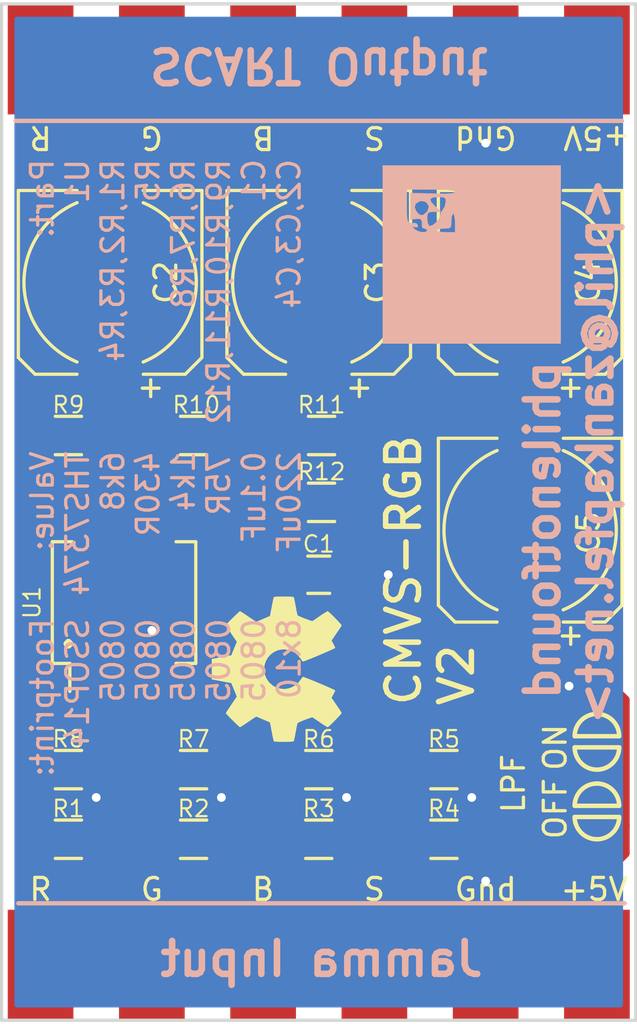
<source format=kicad_pcb>
(kicad_pcb (version 4) (host pcbnew 4.0.5+dfsg1-4)

  (general
    (links 39)
    (no_connects 0)
    (area 119.431999 52.629999 148.538001 99.135001)
    (thickness 1.6)
    (drawings 29)
    (tracks 129)
    (zones 0)
    (modules 34)
    (nets 24)
  )

  (page A4)
  (layers
    (0 F.Cu signal)
    (31 B.Cu signal)
    (32 B.Adhes user)
    (33 F.Adhes user)
    (34 B.Paste user)
    (35 F.Paste user)
    (36 B.SilkS user)
    (37 F.SilkS user)
    (38 B.Mask user hide)
    (39 F.Mask user)
    (40 Dwgs.User user)
    (41 Cmts.User user)
    (42 Eco1.User user)
    (43 Eco2.User user)
    (44 Edge.Cuts user)
    (45 Margin user)
    (46 B.CrtYd user)
    (47 F.CrtYd user)
    (48 B.Fab user hide)
    (49 F.Fab user hide)
  )

  (setup
    (last_trace_width 0.25)
    (trace_clearance 0.2)
    (zone_clearance 0.508)
    (zone_45_only yes)
    (trace_min 0.2)
    (segment_width 0.2)
    (edge_width 0.15)
    (via_size 0.6)
    (via_drill 0.4)
    (via_min_size 0.4)
    (via_min_drill 0.3)
    (uvia_size 0.3)
    (uvia_drill 0.1)
    (uvias_allowed no)
    (uvia_min_size 0.2)
    (uvia_min_drill 0.1)
    (pcb_text_width 0.3)
    (pcb_text_size 1.5 1.5)
    (mod_edge_width 0.15)
    (mod_text_size 1 1)
    (mod_text_width 0.15)
    (pad_size 1.5 1.25)
    (pad_drill 0)
    (pad_to_mask_clearance 0.0508)
    (aux_axis_origin 0 0)
    (visible_elements FFFFFF7F)
    (pcbplotparams
      (layerselection 0x00030_80000001)
      (usegerberextensions false)
      (excludeedgelayer true)
      (linewidth 0.100000)
      (plotframeref false)
      (viasonmask false)
      (mode 1)
      (useauxorigin false)
      (hpglpennumber 1)
      (hpglpenspeed 20)
      (hpglpendiameter 15)
      (hpglpenoverlay 2)
      (psnegative false)
      (psa4output false)
      (plotreference true)
      (plotvalue true)
      (plotinvisibletext false)
      (padsonsilk false)
      (subtractmaskfromsilk false)
      (outputformat 1)
      (mirror false)
      (drillshape 1)
      (scaleselection 1)
      (outputdirectory ""))
  )

  (net 0 "")
  (net 1 +5V)
  (net 2 GND)
  (net 3 "Net-(C2-Pad1)")
  (net 4 SCART_Red)
  (net 5 "Net-(C3-Pad1)")
  (net 6 SCART_Green)
  (net 7 "Net-(C5-Pad1)")
  (net 8 SCART_Sync)
  (net 9 "Net-(R1-Pad1)")
  (net 10 Jamma_Red)
  (net 11 "Net-(R2-Pad1)")
  (net 12 Jamma_Blue)
  (net 13 "Net-(R3-Pad1)")
  (net 14 Jamma_Green)
  (net 15 "Net-(R4-Pad1)")
  (net 16 Jamma_Sync)
  (net 17 "Net-(R9-Pad2)")
  (net 18 "Net-(R10-Pad2)")
  (net 19 "Net-(C4-Pad1)")
  (net 20 "Net-(R11-Pad2)")
  (net 21 "Net-(R12-Pad2)")
  (net 22 SCART_Blue)
  (net 23 "Net-(P1-Pad2)")

  (net_class Default "This is the default net class."
    (clearance 0.2)
    (trace_width 0.25)
    (via_dia 0.6)
    (via_drill 0.4)
    (uvia_dia 0.3)
    (uvia_drill 0.1)
    (add_net Jamma_Blue)
    (add_net Jamma_Green)
    (add_net Jamma_Red)
    (add_net Jamma_Sync)
    (add_net "Net-(C2-Pad1)")
    (add_net "Net-(C3-Pad1)")
    (add_net "Net-(C4-Pad1)")
    (add_net "Net-(C5-Pad1)")
    (add_net "Net-(P1-Pad2)")
    (add_net "Net-(R1-Pad1)")
    (add_net "Net-(R10-Pad2)")
    (add_net "Net-(R11-Pad2)")
    (add_net "Net-(R12-Pad2)")
    (add_net "Net-(R2-Pad1)")
    (add_net "Net-(R3-Pad1)")
    (add_net "Net-(R4-Pad1)")
    (add_net "Net-(R9-Pad2)")
    (add_net SCART_Blue)
    (add_net SCART_Green)
    (add_net SCART_Red)
    (add_net SCART_Sync)
  )

  (net_class +5V ""
    (clearance 0.2)
    (trace_width 0.45)
    (via_dia 0.6)
    (via_drill 0.4)
    (uvia_dia 0.3)
    (uvia_drill 0.1)
    (add_net +5V)
  )

  (net_class GND ""
    (clearance 0.2)
    (trace_width 0.45)
    (via_dia 0.6)
    (via_drill 0.4)
    (uvia_dia 0.3)
    (uvia_drill 0.1)
    (add_net GND)
  )

  (module Capacitors_SMD:C_0805_HandSoldering (layer F.Cu) (tedit 5B0D435D) (tstamp 5B0CFEF6)
    (at 133.985 78.74)
    (descr "Capacitor SMD 0805, hand soldering")
    (tags "capacitor 0805")
    (path /5AC2B28E)
    (attr smd)
    (fp_text reference C1 (at 0 -1.397) (layer F.SilkS)
      (effects (font (size 0.75 0.75) (thickness 0.1)))
    )
    (fp_text value 0.1uF (at 0 2.1) (layer F.Fab)
      (effects (font (size 1 1) (thickness 0.15)))
    )
    (fp_line (start -1 0.625) (end -1 -0.625) (layer F.Fab) (width 0.15))
    (fp_line (start 1 0.625) (end -1 0.625) (layer F.Fab) (width 0.15))
    (fp_line (start 1 -0.625) (end 1 0.625) (layer F.Fab) (width 0.15))
    (fp_line (start -1 -0.625) (end 1 -0.625) (layer F.Fab) (width 0.15))
    (fp_line (start -2.3 -1) (end 2.3 -1) (layer F.CrtYd) (width 0.05))
    (fp_line (start -2.3 1) (end 2.3 1) (layer F.CrtYd) (width 0.05))
    (fp_line (start -2.3 -1) (end -2.3 1) (layer F.CrtYd) (width 0.05))
    (fp_line (start 2.3 -1) (end 2.3 1) (layer F.CrtYd) (width 0.05))
    (fp_line (start 0.5 -0.85) (end -0.5 -0.85) (layer F.SilkS) (width 0.15))
    (fp_line (start -0.5 0.85) (end 0.5 0.85) (layer F.SilkS) (width 0.15))
    (pad 1 smd rect (at -1.25 0) (size 1.5 1.25) (layers F.Cu F.Paste F.Mask)
      (net 1 +5V))
    (pad 2 smd rect (at 1.25 0) (size 1.5 1.25) (layers F.Cu F.Paste F.Mask)
      (net 2 GND))
    (model Capacitors_SMD.3dshapes/C_0805_HandSoldering.wrl
      (at (xyz 0 0 0))
      (scale (xyz 1 1 1))
      (rotate (xyz 0 0 0))
    )
  )

  (module Capacitors_SMD:c_elec_8x10 (layer F.Cu) (tedit 5B0D219B) (tstamp 5B0CFF12)
    (at 124.46 65.405 90)
    (descr "SMT capacitor, aluminium electrolytic, 8x10")
    (path /5ACE79D6)
    (attr smd)
    (fp_text reference C2 (at 0 2.54 90) (layer F.SilkS)
      (effects (font (size 1 1) (thickness 0.15)))
    )
    (fp_text value 220uF (at 0 -5.4483 90) (layer F.Fab)
      (effects (font (size 1 1) (thickness 0.15)))
    )
    (fp_text user + (at -2.3114 -0.0762 90) (layer F.Fab)
      (effects (font (size 1 1) (thickness 0.15)))
    )
    (fp_line (start 4.0386 4.0386) (end 4.0386 -4.0386) (layer F.Fab) (width 0.15))
    (fp_line (start -3.3655 4.0386) (end 4.0386 4.0386) (layer F.Fab) (width 0.15))
    (fp_line (start -4.0386 3.3655) (end -3.3655 4.0386) (layer F.Fab) (width 0.15))
    (fp_line (start -4.0386 -3.3655) (end -4.0386 3.3655) (layer F.Fab) (width 0.15))
    (fp_line (start -3.3655 -4.0386) (end -4.0386 -3.3655) (layer F.Fab) (width 0.15))
    (fp_line (start 4.0386 -4.0386) (end -3.3655 -4.0386) (layer F.Fab) (width 0.15))
    (fp_arc (start 0 0) (end 3.6322 1.5113) (angle 134.8591484) (layer F.SilkS) (width 0.15))
    (fp_arc (start 0 0) (end -3.6322 -1.5113) (angle 134.8460503) (layer F.SilkS) (width 0.15))
    (fp_line (start 4.191 4.191) (end 4.191 1.5113) (layer F.SilkS) (width 0.15))
    (fp_line (start 4.191 -4.191) (end 4.191 -1.5113) (layer F.SilkS) (width 0.15))
    (fp_line (start -4.191 -3.429) (end -4.191 -1.5113) (layer F.SilkS) (width 0.15))
    (fp_line (start -4.191 3.429) (end -4.191 1.5113) (layer F.SilkS) (width 0.15))
    (fp_text user + (at -4.826 1.778 90) (layer F.SilkS)
      (effects (font (size 1 1) (thickness 0.15)))
    )
    (fp_line (start 5.35 -4.55) (end -5.35 -4.55) (layer F.CrtYd) (width 0.05))
    (fp_line (start -5.35 -4.55) (end -5.35 4.55) (layer F.CrtYd) (width 0.05))
    (fp_line (start -5.35 4.55) (end 5.35 4.55) (layer F.CrtYd) (width 0.05))
    (fp_line (start 5.35 4.55) (end 5.35 -4.55) (layer F.CrtYd) (width 0.05))
    (fp_line (start 4.191 4.191) (end -3.429 4.191) (layer F.SilkS) (width 0.15))
    (fp_line (start -3.429 4.191) (end -4.191 3.429) (layer F.SilkS) (width 0.15))
    (fp_line (start -4.191 -3.429) (end -3.429 -4.191) (layer F.SilkS) (width 0.15))
    (fp_line (start -3.429 -4.191) (end 4.191 -4.191) (layer F.SilkS) (width 0.15))
    (pad 1 smd rect (at -3.05 0 270) (size 4 2.5) (layers F.Cu F.Paste F.Mask)
      (net 3 "Net-(C2-Pad1)"))
    (pad 2 smd rect (at 3.05 0 270) (size 4 2.5) (layers F.Cu F.Paste F.Mask)
      (net 4 SCART_Red))
    (model Capacitors_SMD.3dshapes/c_elec_8x10.wrl
      (at (xyz 0 0 0))
      (scale (xyz 1 1 1))
      (rotate (xyz 0 0 180))
    )
  )

  (module Capacitors_SMD:c_elec_8x10 (layer F.Cu) (tedit 5B0D21A8) (tstamp 5B0CFF2E)
    (at 133.985 65.405 90)
    (descr "SMT capacitor, aluminium electrolytic, 8x10")
    (path /5ACE7CB7)
    (attr smd)
    (fp_text reference C3 (at 0 2.667 90) (layer F.SilkS)
      (effects (font (size 1 1) (thickness 0.15)))
    )
    (fp_text value 220uF (at 0 -5.4483 90) (layer F.Fab)
      (effects (font (size 1 1) (thickness 0.15)))
    )
    (fp_text user + (at -2.3114 -0.0762 90) (layer F.Fab)
      (effects (font (size 1 1) (thickness 0.15)))
    )
    (fp_line (start 4.0386 4.0386) (end 4.0386 -4.0386) (layer F.Fab) (width 0.15))
    (fp_line (start -3.3655 4.0386) (end 4.0386 4.0386) (layer F.Fab) (width 0.15))
    (fp_line (start -4.0386 3.3655) (end -3.3655 4.0386) (layer F.Fab) (width 0.15))
    (fp_line (start -4.0386 -3.3655) (end -4.0386 3.3655) (layer F.Fab) (width 0.15))
    (fp_line (start -3.3655 -4.0386) (end -4.0386 -3.3655) (layer F.Fab) (width 0.15))
    (fp_line (start 4.0386 -4.0386) (end -3.3655 -4.0386) (layer F.Fab) (width 0.15))
    (fp_arc (start 0 0) (end 3.6322 1.5113) (angle 134.8591484) (layer F.SilkS) (width 0.15))
    (fp_arc (start 0 0) (end -3.6322 -1.5113) (angle 134.8460503) (layer F.SilkS) (width 0.15))
    (fp_line (start 4.191 4.191) (end 4.191 1.5113) (layer F.SilkS) (width 0.15))
    (fp_line (start 4.191 -4.191) (end 4.191 -1.5113) (layer F.SilkS) (width 0.15))
    (fp_line (start -4.191 -3.429) (end -4.191 -1.5113) (layer F.SilkS) (width 0.15))
    (fp_line (start -4.191 3.429) (end -4.191 1.5113) (layer F.SilkS) (width 0.15))
    (fp_text user + (at -4.826 1.778 90) (layer F.SilkS)
      (effects (font (size 1 1) (thickness 0.15)))
    )
    (fp_line (start 5.35 -4.55) (end -5.35 -4.55) (layer F.CrtYd) (width 0.05))
    (fp_line (start -5.35 -4.55) (end -5.35 4.55) (layer F.CrtYd) (width 0.05))
    (fp_line (start -5.35 4.55) (end 5.35 4.55) (layer F.CrtYd) (width 0.05))
    (fp_line (start 5.35 4.55) (end 5.35 -4.55) (layer F.CrtYd) (width 0.05))
    (fp_line (start 4.191 4.191) (end -3.429 4.191) (layer F.SilkS) (width 0.15))
    (fp_line (start -3.429 4.191) (end -4.191 3.429) (layer F.SilkS) (width 0.15))
    (fp_line (start -4.191 -3.429) (end -3.429 -4.191) (layer F.SilkS) (width 0.15))
    (fp_line (start -3.429 -4.191) (end 4.191 -4.191) (layer F.SilkS) (width 0.15))
    (pad 1 smd rect (at -3.05 0 270) (size 4 2.5) (layers F.Cu F.Paste F.Mask)
      (net 5 "Net-(C3-Pad1)"))
    (pad 2 smd rect (at 3.05 0 270) (size 4 2.5) (layers F.Cu F.Paste F.Mask)
      (net 6 SCART_Green))
    (model Capacitors_SMD.3dshapes/c_elec_8x10.wrl
      (at (xyz 0 0 0))
      (scale (xyz 1 1 1))
      (rotate (xyz 0 0 180))
    )
  )

  (module Capacitors_SMD:c_elec_8x10 (layer F.Cu) (tedit 5B0D21BA) (tstamp 5B0CFF4A)
    (at 143.637 65.405 90)
    (descr "SMT capacitor, aluminium electrolytic, 8x10")
    (path /5ACE7F0B)
    (attr smd)
    (fp_text reference C4 (at 0 2.667 90) (layer F.SilkS)
      (effects (font (size 1 1) (thickness 0.15)))
    )
    (fp_text value 220uF (at 0 -5.4483 90) (layer F.Fab)
      (effects (font (size 1 1) (thickness 0.15)))
    )
    (fp_text user + (at -2.3114 -0.0762 90) (layer F.Fab)
      (effects (font (size 1 1) (thickness 0.15)))
    )
    (fp_line (start 4.0386 4.0386) (end 4.0386 -4.0386) (layer F.Fab) (width 0.15))
    (fp_line (start -3.3655 4.0386) (end 4.0386 4.0386) (layer F.Fab) (width 0.15))
    (fp_line (start -4.0386 3.3655) (end -3.3655 4.0386) (layer F.Fab) (width 0.15))
    (fp_line (start -4.0386 -3.3655) (end -4.0386 3.3655) (layer F.Fab) (width 0.15))
    (fp_line (start -3.3655 -4.0386) (end -4.0386 -3.3655) (layer F.Fab) (width 0.15))
    (fp_line (start 4.0386 -4.0386) (end -3.3655 -4.0386) (layer F.Fab) (width 0.15))
    (fp_arc (start 0 0) (end 3.6322 1.5113) (angle 134.8591484) (layer F.SilkS) (width 0.15))
    (fp_arc (start 0 0) (end -3.6322 -1.5113) (angle 134.8460503) (layer F.SilkS) (width 0.15))
    (fp_line (start 4.191 4.191) (end 4.191 1.5113) (layer F.SilkS) (width 0.15))
    (fp_line (start 4.191 -4.191) (end 4.191 -1.5113) (layer F.SilkS) (width 0.15))
    (fp_line (start -4.191 -3.429) (end -4.191 -1.5113) (layer F.SilkS) (width 0.15))
    (fp_line (start -4.191 3.429) (end -4.191 1.5113) (layer F.SilkS) (width 0.15))
    (fp_text user + (at -4.826 1.778 90) (layer F.SilkS)
      (effects (font (size 1 1) (thickness 0.15)))
    )
    (fp_line (start 5.35 -4.55) (end -5.35 -4.55) (layer F.CrtYd) (width 0.05))
    (fp_line (start -5.35 -4.55) (end -5.35 4.55) (layer F.CrtYd) (width 0.05))
    (fp_line (start -5.35 4.55) (end 5.35 4.55) (layer F.CrtYd) (width 0.05))
    (fp_line (start 5.35 4.55) (end 5.35 -4.55) (layer F.CrtYd) (width 0.05))
    (fp_line (start 4.191 4.191) (end -3.429 4.191) (layer F.SilkS) (width 0.15))
    (fp_line (start -3.429 4.191) (end -4.191 3.429) (layer F.SilkS) (width 0.15))
    (fp_line (start -4.191 -3.429) (end -3.429 -4.191) (layer F.SilkS) (width 0.15))
    (fp_line (start -3.429 -4.191) (end 4.191 -4.191) (layer F.SilkS) (width 0.15))
    (pad 1 smd rect (at -3.05 0 270) (size 4 2.5) (layers F.Cu F.Paste F.Mask)
      (net 19 "Net-(C4-Pad1)"))
    (pad 2 smd rect (at 3.05 0 270) (size 4 2.5) (layers F.Cu F.Paste F.Mask)
      (net 22 SCART_Blue))
    (model Capacitors_SMD.3dshapes/c_elec_8x10.wrl
      (at (xyz 0 0 0))
      (scale (xyz 1 1 1))
      (rotate (xyz 0 0 180))
    )
  )

  (module Capacitors_SMD:c_elec_8x10 (layer F.Cu) (tedit 5B0D21B2) (tstamp 5B0CFF66)
    (at 143.637 76.708 90)
    (descr "SMT capacitor, aluminium electrolytic, 8x10")
    (path /5ACE7F8C)
    (attr smd)
    (fp_text reference C5 (at -0.127 2.667 90) (layer F.SilkS)
      (effects (font (size 1 1) (thickness 0.15)))
    )
    (fp_text value 220uF (at 0 -5.4483 90) (layer F.Fab)
      (effects (font (size 1 1) (thickness 0.15)))
    )
    (fp_text user + (at -2.3114 -0.0762 90) (layer F.Fab)
      (effects (font (size 1 1) (thickness 0.15)))
    )
    (fp_line (start 4.0386 4.0386) (end 4.0386 -4.0386) (layer F.Fab) (width 0.15))
    (fp_line (start -3.3655 4.0386) (end 4.0386 4.0386) (layer F.Fab) (width 0.15))
    (fp_line (start -4.0386 3.3655) (end -3.3655 4.0386) (layer F.Fab) (width 0.15))
    (fp_line (start -4.0386 -3.3655) (end -4.0386 3.3655) (layer F.Fab) (width 0.15))
    (fp_line (start -3.3655 -4.0386) (end -4.0386 -3.3655) (layer F.Fab) (width 0.15))
    (fp_line (start 4.0386 -4.0386) (end -3.3655 -4.0386) (layer F.Fab) (width 0.15))
    (fp_arc (start 0 0) (end 3.6322 1.5113) (angle 134.8591484) (layer F.SilkS) (width 0.15))
    (fp_arc (start 0 0) (end -3.6322 -1.5113) (angle 134.8460503) (layer F.SilkS) (width 0.15))
    (fp_line (start 4.191 4.191) (end 4.191 1.5113) (layer F.SilkS) (width 0.15))
    (fp_line (start 4.191 -4.191) (end 4.191 -1.5113) (layer F.SilkS) (width 0.15))
    (fp_line (start -4.191 -3.429) (end -4.191 -1.5113) (layer F.SilkS) (width 0.15))
    (fp_line (start -4.191 3.429) (end -4.191 1.5113) (layer F.SilkS) (width 0.15))
    (fp_text user + (at -4.826 1.778 90) (layer F.SilkS)
      (effects (font (size 1 1) (thickness 0.15)))
    )
    (fp_line (start 5.35 -4.55) (end -5.35 -4.55) (layer F.CrtYd) (width 0.05))
    (fp_line (start -5.35 -4.55) (end -5.35 4.55) (layer F.CrtYd) (width 0.05))
    (fp_line (start -5.35 4.55) (end 5.35 4.55) (layer F.CrtYd) (width 0.05))
    (fp_line (start 5.35 4.55) (end 5.35 -4.55) (layer F.CrtYd) (width 0.05))
    (fp_line (start 4.191 4.191) (end -3.429 4.191) (layer F.SilkS) (width 0.15))
    (fp_line (start -3.429 4.191) (end -4.191 3.429) (layer F.SilkS) (width 0.15))
    (fp_line (start -4.191 -3.429) (end -3.429 -4.191) (layer F.SilkS) (width 0.15))
    (fp_line (start -3.429 -4.191) (end 4.191 -4.191) (layer F.SilkS) (width 0.15))
    (pad 1 smd rect (at -3.05 0 270) (size 4 2.5) (layers F.Cu F.Paste F.Mask)
      (net 7 "Net-(C5-Pad1)"))
    (pad 2 smd rect (at 3.05 0 270) (size 4 2.5) (layers F.Cu F.Paste F.Mask)
      (net 8 SCART_Sync))
    (model Capacitors_SMD.3dshapes/c_elec_8x10.wrl
      (at (xyz 0 0 0))
      (scale (xyz 1 1 1))
      (rotate (xyz 0 0 180))
    )
  )

  (module Solderpads:SOLDER-JUMPER_1-WAY (layer F.Cu) (tedit 5B0D1F09) (tstamp 5B0CFF72)
    (at 146.685 89.535 90)
    (path /5B0C0BF6)
    (fp_text reference P1 (at 0 1.905 90) (layer F.SilkS) hide
      (effects (font (size 0.762 0.762) (thickness 0.1524)))
    )
    (fp_text value CONN_01X02 (at 0 0 90) (layer F.SilkS) hide
      (effects (font (size 0.762 0.762) (thickness 0.1524)))
    )
    (fp_line (start 0.254 1.016) (end 0.254 -1.016) (layer F.SilkS) (width 0.2032))
    (fp_line (start -0.254 -1.016) (end -0.254 1.016) (layer F.SilkS) (width 0.2032))
    (fp_arc (start 0.254 0) (end 1.27 0) (angle 90) (layer F.SilkS) (width 0.2032))
    (fp_arc (start 0.254 0) (end 0.254 -1.016) (angle 90) (layer F.SilkS) (width 0.2032))
    (fp_arc (start -0.254 0) (end -1.27 0) (angle 90) (layer F.SilkS) (width 0.2032))
    (fp_arc (start -0.254 0) (end -0.254 1.016) (angle 90) (layer F.SilkS) (width 0.2032))
    (pad 1 smd rect (at -0.65 0 90) (size 1 1) (layers F.Cu F.Paste F.Mask)
      (net 1 +5V))
    (pad 2 smd rect (at 0.65 0 90) (size 1 1) (layers F.Cu F.Paste F.Mask)
      (net 23 "Net-(P1-Pad2)"))
  )

  (module Solderpads:SOLDER-JUMPER_1-WAY (layer F.Cu) (tedit 5B0D1EFC) (tstamp 5B0CFF7E)
    (at 146.685 86.36 90)
    (path /5B0C0C7D)
    (fp_text reference P2 (at 0 1.905 90) (layer F.SilkS) hide
      (effects (font (size 0.762 0.762) (thickness 0.1524)))
    )
    (fp_text value CONN_01X02 (at 0 0 90) (layer F.SilkS) hide
      (effects (font (size 0.762 0.762) (thickness 0.1524)))
    )
    (fp_line (start 0.254 1.016) (end 0.254 -1.016) (layer F.SilkS) (width 0.2032))
    (fp_line (start -0.254 -1.016) (end -0.254 1.016) (layer F.SilkS) (width 0.2032))
    (fp_arc (start 0.254 0) (end 1.27 0) (angle 90) (layer F.SilkS) (width 0.2032))
    (fp_arc (start 0.254 0) (end 0.254 -1.016) (angle 90) (layer F.SilkS) (width 0.2032))
    (fp_arc (start -0.254 0) (end -1.27 0) (angle 90) (layer F.SilkS) (width 0.2032))
    (fp_arc (start -0.254 0) (end -0.254 1.016) (angle 90) (layer F.SilkS) (width 0.2032))
    (pad 1 smd rect (at -0.65 0 90) (size 1 1) (layers F.Cu F.Paste F.Mask)
      (net 23 "Net-(P1-Pad2)"))
    (pad 2 smd rect (at 0.65 0 90) (size 1 1) (layers F.Cu F.Paste F.Mask)
      (net 2 GND))
  )

  (module Resistors_SMD:R_0805_HandSoldering (layer F.Cu) (tedit 5B0D42D7) (tstamp 5B0CFF8E)
    (at 122.555 90.805)
    (descr "Resistor SMD 0805, hand soldering")
    (tags "resistor 0805")
    (path /5AC28D24)
    (attr smd)
    (fp_text reference R1 (at 0 -1.397) (layer F.SilkS)
      (effects (font (size 0.75 0.75) (thickness 0.1)))
    )
    (fp_text value 6k8 (at 0 2.1) (layer F.Fab)
      (effects (font (size 1 1) (thickness 0.15)))
    )
    (fp_line (start -1 0.625) (end -1 -0.625) (layer F.Fab) (width 0.1))
    (fp_line (start 1 0.625) (end -1 0.625) (layer F.Fab) (width 0.1))
    (fp_line (start 1 -0.625) (end 1 0.625) (layer F.Fab) (width 0.1))
    (fp_line (start -1 -0.625) (end 1 -0.625) (layer F.Fab) (width 0.1))
    (fp_line (start -2.4 -1) (end 2.4 -1) (layer F.CrtYd) (width 0.05))
    (fp_line (start -2.4 1) (end 2.4 1) (layer F.CrtYd) (width 0.05))
    (fp_line (start -2.4 -1) (end -2.4 1) (layer F.CrtYd) (width 0.05))
    (fp_line (start 2.4 -1) (end 2.4 1) (layer F.CrtYd) (width 0.05))
    (fp_line (start 0.6 0.875) (end -0.6 0.875) (layer F.SilkS) (width 0.15))
    (fp_line (start -0.6 -0.875) (end 0.6 -0.875) (layer F.SilkS) (width 0.15))
    (pad 1 smd rect (at -1.35 0) (size 1.5 1.3) (layers F.Cu F.Paste F.Mask)
      (net 9 "Net-(R1-Pad1)"))
    (pad 2 smd rect (at 1.35 0) (size 1.5 1.3) (layers F.Cu F.Paste F.Mask)
      (net 10 Jamma_Red))
    (model Resistors_SMD.3dshapes/R_0805_HandSoldering.wrl
      (at (xyz 0 0 0))
      (scale (xyz 1 1 1))
      (rotate (xyz 0 0 0))
    )
  )

  (module Resistors_SMD:R_0805_HandSoldering (layer F.Cu) (tedit 5B0D5839) (tstamp 5B0CFF9E)
    (at 128.27 90.805)
    (descr "Resistor SMD 0805, hand soldering")
    (tags "resistor 0805")
    (path /5AC28EE1)
    (attr smd)
    (fp_text reference R2 (at 0 -1.397) (layer F.SilkS)
      (effects (font (size 0.75 0.75) (thickness 0.1)))
    )
    (fp_text value 6k8 (at 0 2.1) (layer F.Fab)
      (effects (font (size 1 1) (thickness 0.15)))
    )
    (fp_line (start -1 0.625) (end -1 -0.625) (layer F.Fab) (width 0.1))
    (fp_line (start 1 0.625) (end -1 0.625) (layer F.Fab) (width 0.1))
    (fp_line (start 1 -0.625) (end 1 0.625) (layer F.Fab) (width 0.1))
    (fp_line (start -1 -0.625) (end 1 -0.625) (layer F.Fab) (width 0.1))
    (fp_line (start -2.4 -1) (end 2.4 -1) (layer F.CrtYd) (width 0.05))
    (fp_line (start -2.4 1) (end 2.4 1) (layer F.CrtYd) (width 0.05))
    (fp_line (start -2.4 -1) (end -2.4 1) (layer F.CrtYd) (width 0.05))
    (fp_line (start 2.4 -1) (end 2.4 1) (layer F.CrtYd) (width 0.05))
    (fp_line (start 0.6 0.875) (end -0.6 0.875) (layer F.SilkS) (width 0.15))
    (fp_line (start -0.6 -0.875) (end 0.6 -0.875) (layer F.SilkS) (width 0.15))
    (pad 1 smd rect (at -1.35 0) (size 1.5 1.3) (layers F.Cu F.Paste F.Mask)
      (net 11 "Net-(R2-Pad1)"))
    (pad 2 smd rect (at 1.35 0) (size 1.5 1.3) (layers F.Cu F.Paste F.Mask)
      (net 14 Jamma_Green))
    (model Resistors_SMD.3dshapes/R_0805_HandSoldering.wrl
      (at (xyz 0 0 0))
      (scale (xyz 1 1 1))
      (rotate (xyz 0 0 0))
    )
  )

  (module Resistors_SMD:R_0805_HandSoldering (layer F.Cu) (tedit 5B0D4254) (tstamp 5B0CFFAE)
    (at 133.985 90.805)
    (descr "Resistor SMD 0805, hand soldering")
    (tags "resistor 0805")
    (path /5AC28DF2)
    (attr smd)
    (fp_text reference R3 (at 0 -1.397) (layer F.SilkS)
      (effects (font (size 0.75 0.75) (thickness 0.1)))
    )
    (fp_text value 6k8 (at 0 2.1) (layer F.Fab)
      (effects (font (size 1 1) (thickness 0.15)))
    )
    (fp_line (start -1 0.625) (end -1 -0.625) (layer F.Fab) (width 0.1))
    (fp_line (start 1 0.625) (end -1 0.625) (layer F.Fab) (width 0.1))
    (fp_line (start 1 -0.625) (end 1 0.625) (layer F.Fab) (width 0.1))
    (fp_line (start -1 -0.625) (end 1 -0.625) (layer F.Fab) (width 0.1))
    (fp_line (start -2.4 -1) (end 2.4 -1) (layer F.CrtYd) (width 0.05))
    (fp_line (start -2.4 1) (end 2.4 1) (layer F.CrtYd) (width 0.05))
    (fp_line (start -2.4 -1) (end -2.4 1) (layer F.CrtYd) (width 0.05))
    (fp_line (start 2.4 -1) (end 2.4 1) (layer F.CrtYd) (width 0.05))
    (fp_line (start 0.6 0.875) (end -0.6 0.875) (layer F.SilkS) (width 0.15))
    (fp_line (start -0.6 -0.875) (end 0.6 -0.875) (layer F.SilkS) (width 0.15))
    (pad 1 smd rect (at -1.35 0) (size 1.5 1.3) (layers F.Cu F.Paste F.Mask)
      (net 13 "Net-(R3-Pad1)"))
    (pad 2 smd rect (at 1.35 0) (size 1.5 1.3) (layers F.Cu F.Paste F.Mask)
      (net 12 Jamma_Blue))
    (model Resistors_SMD.3dshapes/R_0805_HandSoldering.wrl
      (at (xyz 0 0 0))
      (scale (xyz 1 1 1))
      (rotate (xyz 0 0 0))
    )
  )

  (module Resistors_SMD:R_0805_HandSoldering (layer F.Cu) (tedit 5B0D4266) (tstamp 5B0CFFBE)
    (at 139.7 90.805)
    (descr "Resistor SMD 0805, hand soldering")
    (tags "resistor 0805")
    (path /5AC28E54)
    (attr smd)
    (fp_text reference R4 (at 0 -1.397) (layer F.SilkS)
      (effects (font (size 0.75 0.75) (thickness 0.1)))
    )
    (fp_text value 6k8 (at 0 2.1) (layer F.Fab)
      (effects (font (size 1 1) (thickness 0.15)))
    )
    (fp_line (start -1 0.625) (end -1 -0.625) (layer F.Fab) (width 0.1))
    (fp_line (start 1 0.625) (end -1 0.625) (layer F.Fab) (width 0.1))
    (fp_line (start 1 -0.625) (end 1 0.625) (layer F.Fab) (width 0.1))
    (fp_line (start -1 -0.625) (end 1 -0.625) (layer F.Fab) (width 0.1))
    (fp_line (start -2.4 -1) (end 2.4 -1) (layer F.CrtYd) (width 0.05))
    (fp_line (start -2.4 1) (end 2.4 1) (layer F.CrtYd) (width 0.05))
    (fp_line (start -2.4 -1) (end -2.4 1) (layer F.CrtYd) (width 0.05))
    (fp_line (start 2.4 -1) (end 2.4 1) (layer F.CrtYd) (width 0.05))
    (fp_line (start 0.6 0.875) (end -0.6 0.875) (layer F.SilkS) (width 0.15))
    (fp_line (start -0.6 -0.875) (end 0.6 -0.875) (layer F.SilkS) (width 0.15))
    (pad 1 smd rect (at -1.35 0) (size 1.5 1.3) (layers F.Cu F.Paste F.Mask)
      (net 15 "Net-(R4-Pad1)"))
    (pad 2 smd rect (at 1.35 0) (size 1.5 1.3) (layers F.Cu F.Paste F.Mask)
      (net 16 Jamma_Sync))
    (model Resistors_SMD.3dshapes/R_0805_HandSoldering.wrl
      (at (xyz 0 0 0))
      (scale (xyz 1 1 1))
      (rotate (xyz 0 0 0))
    )
  )

  (module Resistors_SMD:R_0805_HandSoldering (layer F.Cu) (tedit 5B0D217E) (tstamp 5B0CFFCE)
    (at 139.7 87.63)
    (descr "Resistor SMD 0805, hand soldering")
    (tags "resistor 0805")
    (path /5AC28C00)
    (attr smd)
    (fp_text reference R5 (at 0 -1.397) (layer F.SilkS)
      (effects (font (size 0.75 0.75) (thickness 0.1)))
    )
    (fp_text value 430 (at 0 2.1) (layer F.Fab)
      (effects (font (size 1 1) (thickness 0.15)))
    )
    (fp_line (start -1 0.625) (end -1 -0.625) (layer F.Fab) (width 0.1))
    (fp_line (start 1 0.625) (end -1 0.625) (layer F.Fab) (width 0.1))
    (fp_line (start 1 -0.625) (end 1 0.625) (layer F.Fab) (width 0.1))
    (fp_line (start -1 -0.625) (end 1 -0.625) (layer F.Fab) (width 0.1))
    (fp_line (start -2.4 -1) (end 2.4 -1) (layer F.CrtYd) (width 0.05))
    (fp_line (start -2.4 1) (end 2.4 1) (layer F.CrtYd) (width 0.05))
    (fp_line (start -2.4 -1) (end -2.4 1) (layer F.CrtYd) (width 0.05))
    (fp_line (start 2.4 -1) (end 2.4 1) (layer F.CrtYd) (width 0.05))
    (fp_line (start 0.6 0.875) (end -0.6 0.875) (layer F.SilkS) (width 0.15))
    (fp_line (start -0.6 -0.875) (end 0.6 -0.875) (layer F.SilkS) (width 0.15))
    (pad 1 smd rect (at -1.35 0) (size 1.5 1.3) (layers F.Cu F.Paste F.Mask)
      (net 15 "Net-(R4-Pad1)"))
    (pad 2 smd rect (at 1.35 0) (size 1.5 1.3) (layers F.Cu F.Paste F.Mask)
      (net 2 GND))
    (model Resistors_SMD.3dshapes/R_0805_HandSoldering.wrl
      (at (xyz 0 0 0))
      (scale (xyz 1 1 1))
      (rotate (xyz 0 0 0))
    )
  )

  (module Resistors_SMD:R_0805_HandSoldering (layer F.Cu) (tedit 5B0D4243) (tstamp 5B0CFFDE)
    (at 133.985 87.63)
    (descr "Resistor SMD 0805, hand soldering")
    (tags "resistor 0805")
    (path /5AC28B9F)
    (attr smd)
    (fp_text reference R6 (at 0 -1.397) (layer F.SilkS)
      (effects (font (size 0.75 0.75) (thickness 0.1)))
    )
    (fp_text value 1k4 (at 0 2.1) (layer F.Fab)
      (effects (font (size 1 1) (thickness 0.15)))
    )
    (fp_line (start -1 0.625) (end -1 -0.625) (layer F.Fab) (width 0.1))
    (fp_line (start 1 0.625) (end -1 0.625) (layer F.Fab) (width 0.1))
    (fp_line (start 1 -0.625) (end 1 0.625) (layer F.Fab) (width 0.1))
    (fp_line (start -1 -0.625) (end 1 -0.625) (layer F.Fab) (width 0.1))
    (fp_line (start -2.4 -1) (end 2.4 -1) (layer F.CrtYd) (width 0.05))
    (fp_line (start -2.4 1) (end 2.4 1) (layer F.CrtYd) (width 0.05))
    (fp_line (start -2.4 -1) (end -2.4 1) (layer F.CrtYd) (width 0.05))
    (fp_line (start 2.4 -1) (end 2.4 1) (layer F.CrtYd) (width 0.05))
    (fp_line (start 0.6 0.875) (end -0.6 0.875) (layer F.SilkS) (width 0.15))
    (fp_line (start -0.6 -0.875) (end 0.6 -0.875) (layer F.SilkS) (width 0.15))
    (pad 1 smd rect (at -1.35 0) (size 1.5 1.3) (layers F.Cu F.Paste F.Mask)
      (net 13 "Net-(R3-Pad1)"))
    (pad 2 smd rect (at 1.35 0) (size 1.5 1.3) (layers F.Cu F.Paste F.Mask)
      (net 2 GND))
    (model Resistors_SMD.3dshapes/R_0805_HandSoldering.wrl
      (at (xyz 0 0 0))
      (scale (xyz 1 1 1))
      (rotate (xyz 0 0 0))
    )
  )

  (module Resistors_SMD:R_0805_HandSoldering (layer F.Cu) (tedit 5B0D427B) (tstamp 5B0CFFEE)
    (at 128.27 87.63)
    (descr "Resistor SMD 0805, hand soldering")
    (tags "resistor 0805")
    (path /5AC2875D)
    (attr smd)
    (fp_text reference R7 (at 0 -1.397) (layer F.SilkS)
      (effects (font (size 0.75 0.75) (thickness 0.1)))
    )
    (fp_text value 1k4 (at 0 2.1) (layer F.Fab)
      (effects (font (size 1 1) (thickness 0.15)))
    )
    (fp_line (start -1 0.625) (end -1 -0.625) (layer F.Fab) (width 0.1))
    (fp_line (start 1 0.625) (end -1 0.625) (layer F.Fab) (width 0.1))
    (fp_line (start 1 -0.625) (end 1 0.625) (layer F.Fab) (width 0.1))
    (fp_line (start -1 -0.625) (end 1 -0.625) (layer F.Fab) (width 0.1))
    (fp_line (start -2.4 -1) (end 2.4 -1) (layer F.CrtYd) (width 0.05))
    (fp_line (start -2.4 1) (end 2.4 1) (layer F.CrtYd) (width 0.05))
    (fp_line (start -2.4 -1) (end -2.4 1) (layer F.CrtYd) (width 0.05))
    (fp_line (start 2.4 -1) (end 2.4 1) (layer F.CrtYd) (width 0.05))
    (fp_line (start 0.6 0.875) (end -0.6 0.875) (layer F.SilkS) (width 0.15))
    (fp_line (start -0.6 -0.875) (end 0.6 -0.875) (layer F.SilkS) (width 0.15))
    (pad 1 smd rect (at -1.35 0) (size 1.5 1.3) (layers F.Cu F.Paste F.Mask)
      (net 11 "Net-(R2-Pad1)"))
    (pad 2 smd rect (at 1.35 0) (size 1.5 1.3) (layers F.Cu F.Paste F.Mask)
      (net 2 GND))
    (model Resistors_SMD.3dshapes/R_0805_HandSoldering.wrl
      (at (xyz 0 0 0))
      (scale (xyz 1 1 1))
      (rotate (xyz 0 0 0))
    )
  )

  (module Resistors_SMD:R_0805_HandSoldering (layer F.Cu) (tedit 5B0D42AF) (tstamp 5B0CFFFE)
    (at 122.555 87.63)
    (descr "Resistor SMD 0805, hand soldering")
    (tags "resistor 0805")
    (path /5AC28C8F)
    (attr smd)
    (fp_text reference R8 (at 0 -1.397) (layer F.SilkS)
      (effects (font (size 0.75 0.75) (thickness 0.1)))
    )
    (fp_text value 1k4 (at 0 2.1) (layer F.Fab)
      (effects (font (size 1 1) (thickness 0.15)))
    )
    (fp_line (start -1 0.625) (end -1 -0.625) (layer F.Fab) (width 0.1))
    (fp_line (start 1 0.625) (end -1 0.625) (layer F.Fab) (width 0.1))
    (fp_line (start 1 -0.625) (end 1 0.625) (layer F.Fab) (width 0.1))
    (fp_line (start -1 -0.625) (end 1 -0.625) (layer F.Fab) (width 0.1))
    (fp_line (start -2.4 -1) (end 2.4 -1) (layer F.CrtYd) (width 0.05))
    (fp_line (start -2.4 1) (end 2.4 1) (layer F.CrtYd) (width 0.05))
    (fp_line (start -2.4 -1) (end -2.4 1) (layer F.CrtYd) (width 0.05))
    (fp_line (start 2.4 -1) (end 2.4 1) (layer F.CrtYd) (width 0.05))
    (fp_line (start 0.6 0.875) (end -0.6 0.875) (layer F.SilkS) (width 0.15))
    (fp_line (start -0.6 -0.875) (end 0.6 -0.875) (layer F.SilkS) (width 0.15))
    (pad 1 smd rect (at -1.35 0) (size 1.5 1.3) (layers F.Cu F.Paste F.Mask)
      (net 9 "Net-(R1-Pad1)"))
    (pad 2 smd rect (at 1.35 0) (size 1.5 1.3) (layers F.Cu F.Paste F.Mask)
      (net 2 GND))
    (model Resistors_SMD.3dshapes/R_0805_HandSoldering.wrl
      (at (xyz 0 0 0))
      (scale (xyz 1 1 1))
      (rotate (xyz 0 0 0))
    )
  )

  (module Resistors_SMD:R_0805_HandSoldering (layer F.Cu) (tedit 5B0D21DA) (tstamp 5B0D000E)
    (at 122.555 72.39 180)
    (descr "Resistor SMD 0805, hand soldering")
    (tags "resistor 0805")
    (path /5AC29C32)
    (attr smd)
    (fp_text reference R9 (at 0 1.397 180) (layer F.SilkS)
      (effects (font (size 0.75 0.75) (thickness 0.1)))
    )
    (fp_text value 75R (at 0 2.1 180) (layer F.Fab)
      (effects (font (size 1 1) (thickness 0.15)))
    )
    (fp_line (start -1 0.625) (end -1 -0.625) (layer F.Fab) (width 0.1))
    (fp_line (start 1 0.625) (end -1 0.625) (layer F.Fab) (width 0.1))
    (fp_line (start 1 -0.625) (end 1 0.625) (layer F.Fab) (width 0.1))
    (fp_line (start -1 -0.625) (end 1 -0.625) (layer F.Fab) (width 0.1))
    (fp_line (start -2.4 -1) (end 2.4 -1) (layer F.CrtYd) (width 0.05))
    (fp_line (start -2.4 1) (end 2.4 1) (layer F.CrtYd) (width 0.05))
    (fp_line (start -2.4 -1) (end -2.4 1) (layer F.CrtYd) (width 0.05))
    (fp_line (start 2.4 -1) (end 2.4 1) (layer F.CrtYd) (width 0.05))
    (fp_line (start 0.6 0.875) (end -0.6 0.875) (layer F.SilkS) (width 0.15))
    (fp_line (start -0.6 -0.875) (end 0.6 -0.875) (layer F.SilkS) (width 0.15))
    (pad 1 smd rect (at -1.35 0 180) (size 1.5 1.3) (layers F.Cu F.Paste F.Mask)
      (net 3 "Net-(C2-Pad1)"))
    (pad 2 smd rect (at 1.35 0 180) (size 1.5 1.3) (layers F.Cu F.Paste F.Mask)
      (net 17 "Net-(R9-Pad2)"))
    (model Resistors_SMD.3dshapes/R_0805_HandSoldering.wrl
      (at (xyz 0 0 0))
      (scale (xyz 1 1 1))
      (rotate (xyz 0 0 0))
    )
  )

  (module Resistors_SMD:R_0805_HandSoldering (layer F.Cu) (tedit 5B0D2161) (tstamp 5B0D001E)
    (at 128.27 72.39 180)
    (descr "Resistor SMD 0805, hand soldering")
    (tags "resistor 0805")
    (path /5AC29D2E)
    (attr smd)
    (fp_text reference R10 (at -0.127 1.397 180) (layer F.SilkS)
      (effects (font (size 0.75 0.75) (thickness 0.1)))
    )
    (fp_text value 75R (at 0 2.1 180) (layer F.Fab)
      (effects (font (size 1 1) (thickness 0.15)))
    )
    (fp_line (start -1 0.625) (end -1 -0.625) (layer F.Fab) (width 0.1))
    (fp_line (start 1 0.625) (end -1 0.625) (layer F.Fab) (width 0.1))
    (fp_line (start 1 -0.625) (end 1 0.625) (layer F.Fab) (width 0.1))
    (fp_line (start -1 -0.625) (end 1 -0.625) (layer F.Fab) (width 0.1))
    (fp_line (start -2.4 -1) (end 2.4 -1) (layer F.CrtYd) (width 0.05))
    (fp_line (start -2.4 1) (end 2.4 1) (layer F.CrtYd) (width 0.05))
    (fp_line (start -2.4 -1) (end -2.4 1) (layer F.CrtYd) (width 0.05))
    (fp_line (start 2.4 -1) (end 2.4 1) (layer F.CrtYd) (width 0.05))
    (fp_line (start 0.6 0.875) (end -0.6 0.875) (layer F.SilkS) (width 0.15))
    (fp_line (start -0.6 -0.875) (end 0.6 -0.875) (layer F.SilkS) (width 0.15))
    (pad 1 smd rect (at -1.35 0 180) (size 1.5 1.3) (layers F.Cu F.Paste F.Mask)
      (net 5 "Net-(C3-Pad1)"))
    (pad 2 smd rect (at 1.35 0 180) (size 1.5 1.3) (layers F.Cu F.Paste F.Mask)
      (net 18 "Net-(R10-Pad2)"))
    (model Resistors_SMD.3dshapes/R_0805_HandSoldering.wrl
      (at (xyz 0 0 0))
      (scale (xyz 1 1 1))
      (rotate (xyz 0 0 0))
    )
  )

  (module Resistors_SMD:R_0805_HandSoldering (layer F.Cu) (tedit 5B0D4322) (tstamp 5B0D002E)
    (at 134.112 72.39 180)
    (descr "Resistor SMD 0805, hand soldering")
    (tags "resistor 0805")
    (path /5AC29DDE)
    (attr smd)
    (fp_text reference R11 (at 0 1.397 180) (layer F.SilkS)
      (effects (font (size 0.75 0.75) (thickness 0.1)))
    )
    (fp_text value 75R (at 0 2.1 180) (layer F.Fab)
      (effects (font (size 1 1) (thickness 0.15)))
    )
    (fp_line (start -1 0.625) (end -1 -0.625) (layer F.Fab) (width 0.1))
    (fp_line (start 1 0.625) (end -1 0.625) (layer F.Fab) (width 0.1))
    (fp_line (start 1 -0.625) (end 1 0.625) (layer F.Fab) (width 0.1))
    (fp_line (start -1 -0.625) (end 1 -0.625) (layer F.Fab) (width 0.1))
    (fp_line (start -2.4 -1) (end 2.4 -1) (layer F.CrtYd) (width 0.05))
    (fp_line (start -2.4 1) (end 2.4 1) (layer F.CrtYd) (width 0.05))
    (fp_line (start -2.4 -1) (end -2.4 1) (layer F.CrtYd) (width 0.05))
    (fp_line (start 2.4 -1) (end 2.4 1) (layer F.CrtYd) (width 0.05))
    (fp_line (start 0.6 0.875) (end -0.6 0.875) (layer F.SilkS) (width 0.15))
    (fp_line (start -0.6 -0.875) (end 0.6 -0.875) (layer F.SilkS) (width 0.15))
    (pad 1 smd rect (at -1.35 0 180) (size 1.5 1.3) (layers F.Cu F.Paste F.Mask)
      (net 19 "Net-(C4-Pad1)"))
    (pad 2 smd rect (at 1.35 0 180) (size 1.5 1.3) (layers F.Cu F.Paste F.Mask)
      (net 20 "Net-(R11-Pad2)"))
    (model Resistors_SMD.3dshapes/R_0805_HandSoldering.wrl
      (at (xyz 0 0 0))
      (scale (xyz 1 1 1))
      (rotate (xyz 0 0 0))
    )
  )

  (module Resistors_SMD:R_0805_HandSoldering (layer F.Cu) (tedit 5B0D434A) (tstamp 5B0D003E)
    (at 134.112 75.438 180)
    (descr "Resistor SMD 0805, hand soldering")
    (tags "resistor 0805")
    (path /5AC29E31)
    (attr smd)
    (fp_text reference R12 (at 0 1.397 180) (layer F.SilkS)
      (effects (font (size 0.75 0.75) (thickness 0.1)))
    )
    (fp_text value 75R (at 0 2.1 180) (layer F.Fab)
      (effects (font (size 1 1) (thickness 0.15)))
    )
    (fp_line (start -1 0.625) (end -1 -0.625) (layer F.Fab) (width 0.1))
    (fp_line (start 1 0.625) (end -1 0.625) (layer F.Fab) (width 0.1))
    (fp_line (start 1 -0.625) (end 1 0.625) (layer F.Fab) (width 0.1))
    (fp_line (start -1 -0.625) (end 1 -0.625) (layer F.Fab) (width 0.1))
    (fp_line (start -2.4 -1) (end 2.4 -1) (layer F.CrtYd) (width 0.05))
    (fp_line (start -2.4 1) (end 2.4 1) (layer F.CrtYd) (width 0.05))
    (fp_line (start -2.4 -1) (end -2.4 1) (layer F.CrtYd) (width 0.05))
    (fp_line (start 2.4 -1) (end 2.4 1) (layer F.CrtYd) (width 0.05))
    (fp_line (start 0.6 0.875) (end -0.6 0.875) (layer F.SilkS) (width 0.15))
    (fp_line (start -0.6 -0.875) (end 0.6 -0.875) (layer F.SilkS) (width 0.15))
    (pad 1 smd rect (at -1.35 0 180) (size 1.5 1.3) (layers F.Cu F.Paste F.Mask)
      (net 7 "Net-(C5-Pad1)"))
    (pad 2 smd rect (at 1.35 0 180) (size 1.5 1.3) (layers F.Cu F.Paste F.Mask)
      (net 21 "Net-(R12-Pad2)"))
    (model Resistors_SMD.3dshapes/R_0805_HandSoldering.wrl
      (at (xyz 0 0 0))
      (scale (xyz 1 1 1))
      (rotate (xyz 0 0 0))
    )
  )

  (module Housings_SSOP:SSOP-14_5.3x6.2mm_Pitch0.65mm (layer F.Cu) (tedit 5B0D4335) (tstamp 5B0D0060)
    (at 125.095 80.01 90)
    (descr "SSOP14: plastic shrink small outline package; 14 leads; body width 5.3 mm; (see NXP SSOP-TSSOP-VSO-REFLOW.pdf and sot337-1_po.pdf)")
    (tags "SSOP 0.65")
    (path /5AC2AAC7)
    (attr smd)
    (fp_text reference U1 (at 0 -4.2 90) (layer F.SilkS)
      (effects (font (size 0.75 0.75) (thickness 0.1)))
    )
    (fp_text value THS7374 (at 0 4.2 90) (layer F.Fab)
      (effects (font (size 1 1) (thickness 0.15)))
    )
    (fp_line (start -1.65 -3.1) (end 2.65 -3.1) (layer F.Fab) (width 0.15))
    (fp_line (start 2.65 -3.1) (end 2.65 3.1) (layer F.Fab) (width 0.15))
    (fp_line (start 2.65 3.1) (end -2.65 3.1) (layer F.Fab) (width 0.15))
    (fp_line (start -2.65 3.1) (end -2.65 -2.1) (layer F.Fab) (width 0.15))
    (fp_line (start -2.65 -2.1) (end -1.65 -3.1) (layer F.Fab) (width 0.15))
    (fp_line (start -4.3 -3.45) (end -4.3 3.45) (layer F.CrtYd) (width 0.05))
    (fp_line (start 4.3 -3.45) (end 4.3 3.45) (layer F.CrtYd) (width 0.05))
    (fp_line (start -4.3 -3.45) (end 4.3 -3.45) (layer F.CrtYd) (width 0.05))
    (fp_line (start -4.3 3.45) (end 4.3 3.45) (layer F.CrtYd) (width 0.05))
    (fp_line (start -2.775 -3.275) (end -2.775 -2.475) (layer F.SilkS) (width 0.15))
    (fp_line (start 2.775 -3.275) (end 2.775 -2.375) (layer F.SilkS) (width 0.15))
    (fp_line (start 2.775 3.275) (end 2.775 2.375) (layer F.SilkS) (width 0.15))
    (fp_line (start -2.775 3.275) (end -2.775 2.375) (layer F.SilkS) (width 0.15))
    (fp_line (start -2.775 -3.275) (end 2.775 -3.275) (layer F.SilkS) (width 0.15))
    (fp_line (start -2.775 3.275) (end 2.775 3.275) (layer F.SilkS) (width 0.15))
    (fp_line (start -2.775 -2.475) (end -4.05 -2.475) (layer F.SilkS) (width 0.15))
    (pad 1 smd rect (at -3.45 -1.95 90) (size 1.2 0.4) (layers F.Cu F.Paste F.Mask)
      (net 9 "Net-(R1-Pad1)"))
    (pad 2 smd rect (at -3.45 -1.3 90) (size 1.2 0.4) (layers F.Cu F.Paste F.Mask)
      (net 11 "Net-(R2-Pad1)"))
    (pad 3 smd rect (at -3.45 -0.65 90) (size 1.2 0.4) (layers F.Cu F.Paste F.Mask)
      (net 13 "Net-(R3-Pad1)"))
    (pad 4 smd rect (at -3.45 0 90) (size 1.2 0.4) (layers F.Cu F.Paste F.Mask)
      (net 15 "Net-(R4-Pad1)"))
    (pad 5 smd rect (at -3.45 0.65 90) (size 1.2 0.4) (layers F.Cu F.Paste F.Mask)
      (net 2 GND))
    (pad 6 smd rect (at -3.45 1.3 90) (size 1.2 0.4) (layers F.Cu F.Paste F.Mask)
      (net 2 GND))
    (pad 7 smd rect (at -3.45 1.95 90) (size 1.2 0.4) (layers F.Cu F.Paste F.Mask))
    (pad 8 smd rect (at 3.45 1.95 90) (size 1.2 0.4) (layers F.Cu F.Paste F.Mask))
    (pad 9 smd rect (at 3.45 1.3 90) (size 1.2 0.4) (layers F.Cu F.Paste F.Mask)
      (net 23 "Net-(P1-Pad2)"))
    (pad 10 smd rect (at 3.45 0.65 90) (size 1.2 0.4) (layers F.Cu F.Paste F.Mask)
      (net 1 +5V))
    (pad 11 smd rect (at 3.45 0 90) (size 1.2 0.4) (layers F.Cu F.Paste F.Mask)
      (net 21 "Net-(R12-Pad2)"))
    (pad 12 smd rect (at 3.45 -0.65 90) (size 1.2 0.4) (layers F.Cu F.Paste F.Mask)
      (net 20 "Net-(R11-Pad2)"))
    (pad 13 smd rect (at 3.45 -1.3 90) (size 1.2 0.4) (layers F.Cu F.Paste F.Mask)
      (net 18 "Net-(R10-Pad2)"))
    (pad 14 smd rect (at 3.45 -1.95 90) (size 1.2 0.4) (layers F.Cu F.Paste F.Mask)
      (net 17 "Net-(R9-Pad2)"))
    (model Housings_SSOP.3dshapes/SSOP-14_5.3x6.2mm_Pitch0.65mm.wrl
      (at (xyz 0 0 0))
      (scale (xyz 1 1 1))
      (rotate (xyz 0 0 0))
    )
  )

  (module Solderpads:SolderWirePad_single_SMD_3x5mm (layer F.Cu) (tedit 5B051DC6) (tstamp 5B0D0069)
    (at 121.285 96.52)
    (descr "Wire Pad, Square, SMD Pad,  2mm x 3mm,")
    (tags "MesurementPoint Square SMDPad 5mmx10mm ")
    (path /5ACF0B55)
    (attr smd)
    (fp_text reference W1 (at 0 -1.5) (layer F.SilkS) hide
      (effects (font (size 1 1) (thickness 0.15)))
    )
    (fp_text value Jamma_Red (at 0 3.5) (layer F.Fab)
      (effects (font (size 1 1) (thickness 0.15)))
    )
    (fp_line (start 1.726 -2.694) (end -1.726 -2.694) (layer F.CrtYd) (width 0.05))
    (fp_line (start 1.726 2.694) (end 1.726 -2.694) (layer F.CrtYd) (width 0.05))
    (fp_line (start -1.726 2.694) (end 1.726 2.694) (layer F.CrtYd) (width 0.05))
    (fp_line (start -1.726 -2.694) (end -1.726 2.694) (layer F.CrtYd) (width 0.05))
    (pad 1 smd rect (at 0 0) (size 3 5) (layers F.Cu F.Paste F.Mask)
      (net 10 Jamma_Red))
  )

  (module Solderpads:SolderWirePad_single_SMD_3x5mm (layer F.Cu) (tedit 5B051DC6) (tstamp 5B0D0072)
    (at 131.445 96.52)
    (descr "Wire Pad, Square, SMD Pad,  2mm x 3mm,")
    (tags "MesurementPoint Square SMDPad 5mmx10mm ")
    (path /5ACF17C6)
    (attr smd)
    (fp_text reference W2 (at 0 -1.5) (layer F.SilkS) hide
      (effects (font (size 1 1) (thickness 0.15)))
    )
    (fp_text value Jamma_Blue (at 0 3.5) (layer F.Fab)
      (effects (font (size 1 1) (thickness 0.15)))
    )
    (fp_line (start 1.726 -2.694) (end -1.726 -2.694) (layer F.CrtYd) (width 0.05))
    (fp_line (start 1.726 2.694) (end 1.726 -2.694) (layer F.CrtYd) (width 0.05))
    (fp_line (start -1.726 2.694) (end 1.726 2.694) (layer F.CrtYd) (width 0.05))
    (fp_line (start -1.726 -2.694) (end -1.726 2.694) (layer F.CrtYd) (width 0.05))
    (pad 1 smd rect (at 0 0) (size 3 5) (layers F.Cu F.Paste F.Mask)
      (net 12 Jamma_Blue))
  )

  (module Solderpads:SolderWirePad_single_SMD_3x5mm (layer F.Cu) (tedit 5B051DC6) (tstamp 5B0D007B)
    (at 126.365 96.52)
    (descr "Wire Pad, Square, SMD Pad,  2mm x 3mm,")
    (tags "MesurementPoint Square SMDPad 5mmx10mm ")
    (path /5ACF16F3)
    (attr smd)
    (fp_text reference W3 (at 0 -1.5) (layer F.SilkS) hide
      (effects (font (size 1 1) (thickness 0.15)))
    )
    (fp_text value Jamma_Green (at 0 3.5) (layer F.Fab)
      (effects (font (size 1 1) (thickness 0.15)))
    )
    (fp_line (start 1.726 -2.694) (end -1.726 -2.694) (layer F.CrtYd) (width 0.05))
    (fp_line (start 1.726 2.694) (end 1.726 -2.694) (layer F.CrtYd) (width 0.05))
    (fp_line (start -1.726 2.694) (end 1.726 2.694) (layer F.CrtYd) (width 0.05))
    (fp_line (start -1.726 -2.694) (end -1.726 2.694) (layer F.CrtYd) (width 0.05))
    (pad 1 smd rect (at 0 0) (size 3 5) (layers F.Cu F.Paste F.Mask)
      (net 14 Jamma_Green))
  )

  (module Solderpads:SolderWirePad_single_SMD_3x5mm (layer F.Cu) (tedit 5B051DC6) (tstamp 5B0D0084)
    (at 136.525 96.52)
    (descr "Wire Pad, Square, SMD Pad,  2mm x 3mm,")
    (tags "MesurementPoint Square SMDPad 5mmx10mm ")
    (path /5ACF105A)
    (attr smd)
    (fp_text reference W4 (at 0 -1.5) (layer F.SilkS) hide
      (effects (font (size 1 1) (thickness 0.15)))
    )
    (fp_text value "Jamma Sync" (at 0 3.5) (layer F.Fab)
      (effects (font (size 1 1) (thickness 0.15)))
    )
    (fp_line (start 1.726 -2.694) (end -1.726 -2.694) (layer F.CrtYd) (width 0.05))
    (fp_line (start 1.726 2.694) (end 1.726 -2.694) (layer F.CrtYd) (width 0.05))
    (fp_line (start -1.726 2.694) (end 1.726 2.694) (layer F.CrtYd) (width 0.05))
    (fp_line (start -1.726 -2.694) (end -1.726 2.694) (layer F.CrtYd) (width 0.05))
    (pad 1 smd rect (at 0 0) (size 3 5) (layers F.Cu F.Paste F.Mask)
      (net 16 Jamma_Sync))
  )

  (module Solderpads:SolderWirePad_single_SMD_3x5mm (layer F.Cu) (tedit 5B051DC6) (tstamp 5B0D008D)
    (at 121.285 55.245)
    (descr "Wire Pad, Square, SMD Pad,  2mm x 3mm,")
    (tags "MesurementPoint Square SMDPad 5mmx10mm ")
    (path /5ACF25E2)
    (attr smd)
    (fp_text reference W5 (at 0 -1.5) (layer F.SilkS) hide
      (effects (font (size 1 1) (thickness 0.15)))
    )
    (fp_text value SCART_Red (at 0 3.5) (layer F.Fab)
      (effects (font (size 1 1) (thickness 0.15)))
    )
    (fp_line (start 1.726 -2.694) (end -1.726 -2.694) (layer F.CrtYd) (width 0.05))
    (fp_line (start 1.726 2.694) (end 1.726 -2.694) (layer F.CrtYd) (width 0.05))
    (fp_line (start -1.726 2.694) (end 1.726 2.694) (layer F.CrtYd) (width 0.05))
    (fp_line (start -1.726 -2.694) (end -1.726 2.694) (layer F.CrtYd) (width 0.05))
    (pad 1 smd rect (at 0 0) (size 3 5) (layers F.Cu F.Paste F.Mask)
      (net 4 SCART_Red))
  )

  (module Solderpads:SolderWirePad_single_SMD_3x5mm (layer F.Cu) (tedit 5B051DC6) (tstamp 5B0D0096)
    (at 126.365 55.245)
    (descr "Wire Pad, Square, SMD Pad,  2mm x 3mm,")
    (tags "MesurementPoint Square SMDPad 5mmx10mm ")
    (path /5ACF29EA)
    (attr smd)
    (fp_text reference W6 (at 0 -1.5) (layer F.SilkS) hide
      (effects (font (size 1 1) (thickness 0.15)))
    )
    (fp_text value SCART_Blue (at 0 3.5) (layer F.Fab)
      (effects (font (size 1 1) (thickness 0.15)))
    )
    (fp_line (start 1.726 -2.694) (end -1.726 -2.694) (layer F.CrtYd) (width 0.05))
    (fp_line (start 1.726 2.694) (end 1.726 -2.694) (layer F.CrtYd) (width 0.05))
    (fp_line (start -1.726 2.694) (end 1.726 2.694) (layer F.CrtYd) (width 0.05))
    (fp_line (start -1.726 -2.694) (end -1.726 2.694) (layer F.CrtYd) (width 0.05))
    (pad 1 smd rect (at 0 0) (size 3 5) (layers F.Cu F.Paste F.Mask)
      (net 6 SCART_Green))
  )

  (module Solderpads:SolderWirePad_single_SMD_3x5mm (layer F.Cu) (tedit 5B051DC6) (tstamp 5B0D009F)
    (at 131.445 55.245)
    (descr "Wire Pad, Square, SMD Pad,  2mm x 3mm,")
    (tags "MesurementPoint Square SMDPad 5mmx10mm ")
    (path /5ACF2AED)
    (attr smd)
    (fp_text reference W7 (at 0 -1.5) (layer F.SilkS) hide
      (effects (font (size 1 1) (thickness 0.15)))
    )
    (fp_text value SCART_Green (at 0 3.5) (layer F.Fab)
      (effects (font (size 1 1) (thickness 0.15)))
    )
    (fp_line (start 1.726 -2.694) (end -1.726 -2.694) (layer F.CrtYd) (width 0.05))
    (fp_line (start 1.726 2.694) (end 1.726 -2.694) (layer F.CrtYd) (width 0.05))
    (fp_line (start -1.726 2.694) (end 1.726 2.694) (layer F.CrtYd) (width 0.05))
    (fp_line (start -1.726 -2.694) (end -1.726 2.694) (layer F.CrtYd) (width 0.05))
    (pad 1 smd rect (at 0 0) (size 3 5) (layers F.Cu F.Paste F.Mask)
      (net 22 SCART_Blue))
  )

  (module Solderpads:SolderWirePad_single_SMD_3x5mm (layer F.Cu) (tedit 5B051DC6) (tstamp 5B0D00A8)
    (at 136.525 55.245)
    (descr "Wire Pad, Square, SMD Pad,  2mm x 3mm,")
    (tags "MesurementPoint Square SMDPad 5mmx10mm ")
    (path /5ACF2C55)
    (attr smd)
    (fp_text reference W8 (at 0 -1.5) (layer F.SilkS) hide
      (effects (font (size 1 1) (thickness 0.15)))
    )
    (fp_text value SCART_Sync (at 0 3.5) (layer F.Fab)
      (effects (font (size 1 1) (thickness 0.15)))
    )
    (fp_line (start 1.726 -2.694) (end -1.726 -2.694) (layer F.CrtYd) (width 0.05))
    (fp_line (start 1.726 2.694) (end 1.726 -2.694) (layer F.CrtYd) (width 0.05))
    (fp_line (start -1.726 2.694) (end 1.726 2.694) (layer F.CrtYd) (width 0.05))
    (fp_line (start -1.726 -2.694) (end -1.726 2.694) (layer F.CrtYd) (width 0.05))
    (pad 1 smd rect (at 0 0) (size 3 5) (layers F.Cu F.Paste F.Mask)
      (net 8 SCART_Sync))
  )

  (module Solderpads:SolderWirePad_single_SMD_3x5mm (layer F.Cu) (tedit 5B051DC6) (tstamp 5B0D00B1)
    (at 141.605 96.52)
    (descr "Wire Pad, Square, SMD Pad,  2mm x 3mm,")
    (tags "MesurementPoint Square SMDPad 5mmx10mm ")
    (path /5ACF21FA)
    (attr smd)
    (fp_text reference W9 (at 0 -1.5) (layer F.SilkS) hide
      (effects (font (size 1 1) (thickness 0.15)))
    )
    (fp_text value GND_IN (at 0 3.5) (layer F.Fab)
      (effects (font (size 1 1) (thickness 0.15)))
    )
    (fp_line (start 1.726 -2.694) (end -1.726 -2.694) (layer F.CrtYd) (width 0.05))
    (fp_line (start 1.726 2.694) (end 1.726 -2.694) (layer F.CrtYd) (width 0.05))
    (fp_line (start -1.726 2.694) (end 1.726 2.694) (layer F.CrtYd) (width 0.05))
    (fp_line (start -1.726 -2.694) (end -1.726 2.694) (layer F.CrtYd) (width 0.05))
    (pad 1 smd rect (at 0 0) (size 3 5) (layers F.Cu F.Paste F.Mask)
      (net 2 GND))
  )

  (module Solderpads:SolderWirePad_single_SMD_3x5mm (layer F.Cu) (tedit 5B051DC6) (tstamp 5B0D00BA)
    (at 141.605 55.245)
    (descr "Wire Pad, Square, SMD Pad,  2mm x 3mm,")
    (tags "MesurementPoint Square SMDPad 5mmx10mm ")
    (path /5ACF2283)
    (attr smd)
    (fp_text reference W10 (at 0 -1.5) (layer F.SilkS) hide
      (effects (font (size 1 1) (thickness 0.15)))
    )
    (fp_text value GND_OUT (at 0 3.5) (layer F.Fab)
      (effects (font (size 1 1) (thickness 0.15)))
    )
    (fp_line (start 1.726 -2.694) (end -1.726 -2.694) (layer F.CrtYd) (width 0.05))
    (fp_line (start 1.726 2.694) (end 1.726 -2.694) (layer F.CrtYd) (width 0.05))
    (fp_line (start -1.726 2.694) (end 1.726 2.694) (layer F.CrtYd) (width 0.05))
    (fp_line (start -1.726 -2.694) (end -1.726 2.694) (layer F.CrtYd) (width 0.05))
    (pad 1 smd rect (at 0 0) (size 3 5) (layers F.Cu F.Paste F.Mask)
      (net 2 GND))
  )

  (module Solderpads:SolderWirePad_single_SMD_3x5mm (layer F.Cu) (tedit 5B051DC6) (tstamp 5B0D00C3)
    (at 146.685 96.52)
    (descr "Wire Pad, Square, SMD Pad,  2mm x 3mm,")
    (tags "MesurementPoint Square SMDPad 5mmx10mm ")
    (path /5ACF22FC)
    (attr smd)
    (fp_text reference W11 (at 0 -1.5) (layer F.SilkS) hide
      (effects (font (size 1 1) (thickness 0.15)))
    )
    (fp_text value +5V_IN (at 0 3.5) (layer F.Fab)
      (effects (font (size 1 1) (thickness 0.15)))
    )
    (fp_line (start 1.726 -2.694) (end -1.726 -2.694) (layer F.CrtYd) (width 0.05))
    (fp_line (start 1.726 2.694) (end 1.726 -2.694) (layer F.CrtYd) (width 0.05))
    (fp_line (start -1.726 2.694) (end 1.726 2.694) (layer F.CrtYd) (width 0.05))
    (fp_line (start -1.726 -2.694) (end -1.726 2.694) (layer F.CrtYd) (width 0.05))
    (pad 1 smd rect (at 0 0) (size 3 5) (layers F.Cu F.Paste F.Mask)
      (net 1 +5V))
  )

  (module Solderpads:SolderWirePad_single_SMD_3x5mm (layer F.Cu) (tedit 5B051DC6) (tstamp 5B0D00CC)
    (at 146.685 55.245)
    (descr "Wire Pad, Square, SMD Pad,  2mm x 3mm,")
    (tags "MesurementPoint Square SMDPad 5mmx10mm ")
    (path /5ACF25F1)
    (attr smd)
    (fp_text reference W12 (at 0 -1.5) (layer F.SilkS) hide
      (effects (font (size 1 1) (thickness 0.15)))
    )
    (fp_text value +5V_OUT (at 0 3.5) (layer F.Fab)
      (effects (font (size 1 1) (thickness 0.15)))
    )
    (fp_line (start 1.726 -2.694) (end -1.726 -2.694) (layer F.CrtYd) (width 0.05))
    (fp_line (start 1.726 2.694) (end 1.726 -2.694) (layer F.CrtYd) (width 0.05))
    (fp_line (start -1.726 2.694) (end 1.726 2.694) (layer F.CrtYd) (width 0.05))
    (fp_line (start -1.726 -2.694) (end -1.726 2.694) (layer F.CrtYd) (width 0.05))
    (pad 1 smd rect (at 0 0) (size 3 5) (layers F.Cu F.Paste F.Mask)
      (net 1 +5V))
  )

  (module Symbols:OSHW-Symbol_6.7x6mm_SilkScreen (layer F.Cu) (tedit 0) (tstamp 5B0D5AA2)
    (at 132.08 83.058 90)
    (descr "Open Source Hardware Symbol")
    (tags "Logo Symbol OSHW")
    (attr virtual)
    (fp_text reference REF*** (at 0 0 90) (layer F.SilkS) hide
      (effects (font (size 1 1) (thickness 0.15)))
    )
    (fp_text value OSHW-Symbol_6.7x6mm_SilkScreen (at 0.75 0 90) (layer F.Fab) hide
      (effects (font (size 1 1) (thickness 0.15)))
    )
    (fp_poly (pts (xy 0.555814 -2.531069) (xy 0.639635 -2.086445) (xy 0.94892 -1.958947) (xy 1.258206 -1.831449)
      (xy 1.629246 -2.083754) (xy 1.733157 -2.154004) (xy 1.827087 -2.216728) (xy 1.906652 -2.269062)
      (xy 1.96747 -2.308143) (xy 2.005157 -2.331107) (xy 2.015421 -2.336058) (xy 2.03391 -2.323324)
      (xy 2.07342 -2.288118) (xy 2.129522 -2.234938) (xy 2.197787 -2.168282) (xy 2.273786 -2.092646)
      (xy 2.353092 -2.012528) (xy 2.431275 -1.932426) (xy 2.503907 -1.856836) (xy 2.566559 -1.790255)
      (xy 2.614803 -1.737182) (xy 2.64421 -1.702113) (xy 2.651241 -1.690377) (xy 2.641123 -1.66874)
      (xy 2.612759 -1.621338) (xy 2.569129 -1.552807) (xy 2.513218 -1.467785) (xy 2.448006 -1.370907)
      (xy 2.410219 -1.31565) (xy 2.341343 -1.214752) (xy 2.28014 -1.123701) (xy 2.229578 -1.04703)
      (xy 2.192628 -0.989272) (xy 2.172258 -0.954957) (xy 2.169197 -0.947746) (xy 2.176136 -0.927252)
      (xy 2.195051 -0.879487) (xy 2.223087 -0.811168) (xy 2.257391 -0.729011) (xy 2.295109 -0.63973)
      (xy 2.333387 -0.550042) (xy 2.36937 -0.466662) (xy 2.400206 -0.396306) (xy 2.423039 -0.34569)
      (xy 2.435017 -0.321529) (xy 2.435724 -0.320578) (xy 2.454531 -0.315964) (xy 2.504618 -0.305672)
      (xy 2.580793 -0.290713) (xy 2.677865 -0.272099) (xy 2.790643 -0.250841) (xy 2.856442 -0.238582)
      (xy 2.97695 -0.215638) (xy 3.085797 -0.193805) (xy 3.177476 -0.174278) (xy 3.246481 -0.158252)
      (xy 3.287304 -0.146921) (xy 3.295511 -0.143326) (xy 3.303548 -0.118994) (xy 3.310033 -0.064041)
      (xy 3.31497 0.015108) (xy 3.318364 0.112026) (xy 3.320218 0.220287) (xy 3.320538 0.333465)
      (xy 3.319327 0.445135) (xy 3.31659 0.548868) (xy 3.312331 0.638241) (xy 3.306555 0.706826)
      (xy 3.299267 0.748197) (xy 3.294895 0.75681) (xy 3.268764 0.767133) (xy 3.213393 0.781892)
      (xy 3.136107 0.799352) (xy 3.04423 0.81778) (xy 3.012158 0.823741) (xy 2.857524 0.852066)
      (xy 2.735375 0.874876) (xy 2.641673 0.89308) (xy 2.572384 0.907583) (xy 2.523471 0.919292)
      (xy 2.490897 0.929115) (xy 2.470628 0.937956) (xy 2.458626 0.946724) (xy 2.456947 0.948457)
      (xy 2.440184 0.976371) (xy 2.414614 1.030695) (xy 2.382788 1.104777) (xy 2.34726 1.191965)
      (xy 2.310583 1.285608) (xy 2.275311 1.379052) (xy 2.243996 1.465647) (xy 2.219193 1.53874)
      (xy 2.203454 1.591678) (xy 2.199332 1.617811) (xy 2.199676 1.618726) (xy 2.213641 1.640086)
      (xy 2.245322 1.687084) (xy 2.291391 1.754827) (xy 2.348518 1.838423) (xy 2.413373 1.932982)
      (xy 2.431843 1.959854) (xy 2.497699 2.057275) (xy 2.55565 2.146163) (xy 2.602538 2.221412)
      (xy 2.635207 2.27792) (xy 2.6505 2.310581) (xy 2.651241 2.314593) (xy 2.638392 2.335684)
      (xy 2.602888 2.377464) (xy 2.549293 2.435445) (xy 2.482171 2.505135) (xy 2.406087 2.582045)
      (xy 2.325604 2.661683) (xy 2.245287 2.739561) (xy 2.169699 2.811186) (xy 2.103405 2.87207)
      (xy 2.050969 2.917721) (xy 2.016955 2.94365) (xy 2.007545 2.947883) (xy 1.985643 2.937912)
      (xy 1.9408 2.91102) (xy 1.880321 2.871736) (xy 1.833789 2.840117) (xy 1.749475 2.782098)
      (xy 1.649626 2.713784) (xy 1.549473 2.645579) (xy 1.495627 2.609075) (xy 1.313371 2.4858)
      (xy 1.160381 2.56852) (xy 1.090682 2.604759) (xy 1.031414 2.632926) (xy 0.991311 2.648991)
      (xy 0.981103 2.651226) (xy 0.968829 2.634722) (xy 0.944613 2.588082) (xy 0.910263 2.515609)
      (xy 0.867588 2.421606) (xy 0.818394 2.310374) (xy 0.76449 2.186215) (xy 0.707684 2.053432)
      (xy 0.649782 1.916327) (xy 0.592593 1.779202) (xy 0.537924 1.646358) (xy 0.487584 1.522098)
      (xy 0.44338 1.410725) (xy 0.407119 1.316539) (xy 0.380609 1.243844) (xy 0.365658 1.196941)
      (xy 0.363254 1.180833) (xy 0.382311 1.160286) (xy 0.424036 1.126933) (xy 0.479706 1.087702)
      (xy 0.484378 1.084599) (xy 0.628264 0.969423) (xy 0.744283 0.835053) (xy 0.83143 0.685784)
      (xy 0.888699 0.525913) (xy 0.915086 0.359737) (xy 0.909585 0.191552) (xy 0.87119 0.025655)
      (xy 0.798895 -0.133658) (xy 0.777626 -0.168513) (xy 0.666996 -0.309263) (xy 0.536302 -0.422286)
      (xy 0.390064 -0.506997) (xy 0.232808 -0.562806) (xy 0.069057 -0.589126) (xy -0.096667 -0.58537)
      (xy -0.259838 -0.55095) (xy -0.415935 -0.485277) (xy -0.560433 -0.387765) (xy -0.605131 -0.348187)
      (xy -0.718888 -0.224297) (xy -0.801782 -0.093876) (xy -0.858644 0.052315) (xy -0.890313 0.197088)
      (xy -0.898131 0.35986) (xy -0.872062 0.52344) (xy -0.814755 0.682298) (xy -0.728856 0.830906)
      (xy -0.617014 0.963735) (xy -0.481877 1.075256) (xy -0.464117 1.087011) (xy -0.40785 1.125508)
      (xy -0.365077 1.158863) (xy -0.344628 1.18016) (xy -0.344331 1.180833) (xy -0.348721 1.203871)
      (xy -0.366124 1.256157) (xy -0.394732 1.33339) (xy -0.432735 1.431268) (xy -0.478326 1.545491)
      (xy -0.529697 1.671758) (xy -0.585038 1.805767) (xy -0.642542 1.943218) (xy -0.700399 2.079808)
      (xy -0.756802 2.211237) (xy -0.809942 2.333205) (xy -0.85801 2.441409) (xy -0.899199 2.531549)
      (xy -0.931699 2.599323) (xy -0.953703 2.64043) (xy -0.962564 2.651226) (xy -0.98964 2.642819)
      (xy -1.040303 2.620272) (xy -1.105817 2.587613) (xy -1.141841 2.56852) (xy -1.294832 2.4858)
      (xy -1.477088 2.609075) (xy -1.570125 2.672228) (xy -1.671985 2.741727) (xy -1.767438 2.807165)
      (xy -1.81525 2.840117) (xy -1.882495 2.885273) (xy -1.939436 2.921057) (xy -1.978646 2.942938)
      (xy -1.991381 2.947563) (xy -2.009917 2.935085) (xy -2.050941 2.900252) (xy -2.110475 2.846678)
      (xy -2.184542 2.777983) (xy -2.269165 2.697781) (xy -2.322685 2.646286) (xy -2.416319 2.554286)
      (xy -2.497241 2.471999) (xy -2.562177 2.402945) (xy -2.607858 2.350644) (xy -2.631011 2.318616)
      (xy -2.633232 2.312116) (xy -2.622924 2.287394) (xy -2.594439 2.237405) (xy -2.550937 2.167212)
      (xy -2.495577 2.081875) (xy -2.43152 1.986456) (xy -2.413303 1.959854) (xy -2.346927 1.863167)
      (xy -2.287378 1.776117) (xy -2.237984 1.703595) (xy -2.202075 1.650493) (xy -2.182981 1.621703)
      (xy -2.181136 1.618726) (xy -2.183895 1.595782) (xy -2.198538 1.545336) (xy -2.222513 1.474041)
      (xy -2.253266 1.388547) (xy -2.288244 1.295507) (xy -2.324893 1.201574) (xy -2.360661 1.113399)
      (xy -2.392994 1.037634) (xy -2.419338 0.980931) (xy -2.437142 0.949943) (xy -2.438407 0.948457)
      (xy -2.449294 0.939601) (xy -2.467682 0.930843) (xy -2.497606 0.921277) (xy -2.543103 0.909996)
      (xy -2.608209 0.896093) (xy -2.696961 0.878663) (xy -2.813393 0.856798) (xy -2.961542 0.829591)
      (xy -2.993618 0.823741) (xy -3.088686 0.805374) (xy -3.171565 0.787405) (xy -3.23493 0.771569)
      (xy -3.271458 0.7596) (xy -3.276356 0.75681) (xy -3.284427 0.732072) (xy -3.290987 0.67679)
      (xy -3.296033 0.597389) (xy -3.299559 0.500296) (xy -3.301561 0.391938) (xy -3.302036 0.27874)
      (xy -3.300977 0.167128) (xy -3.298382 0.063529) (xy -3.294246 -0.025632) (xy -3.288563 -0.093928)
      (xy -3.281331 -0.134934) (xy -3.276971 -0.143326) (xy -3.252698 -0.151792) (xy -3.197426 -0.165565)
      (xy -3.116662 -0.18345) (xy -3.015912 -0.204252) (xy -2.900683 -0.226777) (xy -2.837902 -0.238582)
      (xy -2.718787 -0.260849) (xy -2.612565 -0.281021) (xy -2.524427 -0.298085) (xy -2.459566 -0.311031)
      (xy -2.423174 -0.318845) (xy -2.417184 -0.320578) (xy -2.407061 -0.34011) (xy -2.385662 -0.387157)
      (xy -2.355839 -0.454997) (xy -2.320445 -0.536909) (xy -2.282332 -0.626172) (xy -2.244353 -0.716065)
      (xy -2.20936 -0.799865) (xy -2.180206 -0.870853) (xy -2.159743 -0.922306) (xy -2.150823 -0.947503)
      (xy -2.150657 -0.948604) (xy -2.160769 -0.968481) (xy -2.189117 -1.014223) (xy -2.232723 -1.081283)
      (xy -2.288606 -1.165116) (xy -2.353787 -1.261174) (xy -2.391679 -1.31635) (xy -2.460725 -1.417519)
      (xy -2.52205 -1.50937) (xy -2.572663 -1.587256) (xy -2.609571 -1.646531) (xy -2.629782 -1.682549)
      (xy -2.632701 -1.690623) (xy -2.620153 -1.709416) (xy -2.585463 -1.749543) (xy -2.533063 -1.806507)
      (xy -2.467384 -1.875815) (xy -2.392856 -1.952969) (xy -2.313913 -2.033475) (xy -2.234983 -2.112837)
      (xy -2.1605 -2.18656) (xy -2.094894 -2.250148) (xy -2.042596 -2.299106) (xy -2.008039 -2.328939)
      (xy -1.996478 -2.336058) (xy -1.977654 -2.326047) (xy -1.932631 -2.297922) (xy -1.865787 -2.254546)
      (xy -1.781499 -2.198782) (xy -1.684144 -2.133494) (xy -1.610707 -2.083754) (xy -1.239667 -1.831449)
      (xy -0.621095 -2.086445) (xy -0.537275 -2.531069) (xy -0.453454 -2.975693) (xy 0.471994 -2.975693)
      (xy 0.555814 -2.531069)) (layer F.SilkS) (width 0.01))
  )

  (module cmvs-rgb:logo (layer B.Cu) (tedit 0) (tstamp 5B0D6D22)
    (at 140.97 64.135 270)
    (fp_text reference G*** (at 0 0 270) (layer B.SilkS) hide
      (effects (font (thickness 0.3)) (justify mirror))
    )
    (fp_text value LOGO (at 0.75 0 270) (layer B.SilkS) hide
      (effects (font (thickness 0.3)) (justify mirror))
    )
    (fp_poly (pts (xy 4.064 -4.064) (xy -4.064 -4.064) (xy -4.064 2.963334) (xy -2.963334 2.963334)
      (xy -2.963334 1.862667) (xy -2.95892 1.383065) (xy -2.944461 1.053609) (xy -2.918132 0.855311)
      (xy -2.878106 0.769184) (xy -2.8575 0.761885) (xy -2.811408 0.804492) (xy -2.803108 0.846667)
      (xy -1.862667 0.846667) (xy -1.78652 0.79837) (xy -1.591825 0.767714) (xy -1.439334 0.762)
      (xy -1.016 0.762) (xy -1.016 1.185334) (xy -1.03123 1.426821) (xy -1.070169 1.580099)
      (xy -1.100667 1.608667) (xy -1.153686 1.533555) (xy -1.183175 1.345916) (xy -1.185334 1.27)
      (xy -1.193481 1.053226) (xy -1.25051 0.956903) (xy -1.405304 0.932148) (xy -1.524 0.931334)
      (xy -1.736074 0.912556) (xy -1.854031 0.865646) (xy -1.862667 0.846667) (xy -2.803108 0.846667)
      (xy -2.783483 0.946371) (xy -2.772129 1.208431) (xy -2.774918 1.519004) (xy -2.624667 1.519004)
      (xy -2.61297 1.303093) (xy -2.556961 1.207934) (xy -2.425264 1.185438) (xy -2.406953 1.185334)
      (xy -2.189273 1.233134) (xy -2.062239 1.312334) (xy -1.889865 1.418117) (xy -1.786711 1.439334)
      (xy -1.632237 1.494304) (xy -1.467682 1.625747) (xy -1.340903 1.783458) (xy -1.299752 1.917232)
      (xy -1.30846 1.941066) (xy -1.423902 2.002629) (xy -1.630693 2.031664) (xy -1.655997 2.032)
      (xy -1.846871 2.019966) (xy -1.929059 1.950322) (xy -1.949119 1.772758) (xy -1.949816 1.7145)
      (xy -1.952298 1.397) (xy -2.205923 1.675861) (xy -2.405077 1.858986) (xy -2.536038 1.887856)
      (xy -2.606526 1.759578) (xy -2.624667 1.519004) (xy -2.774918 1.519004) (xy -2.77575 1.611578)
      (xy -2.779925 1.777885) (xy -2.795896 2.352209) (xy -2.443165 2.352209) (xy -2.418534 2.139622)
      (xy -2.353734 2.048934) (xy -2.19084 1.956711) (xy -2.004364 2.011386) (xy -1.926167 2.065194)
      (xy -1.792783 2.236242) (xy -1.82505 2.40638) (xy -1.986781 2.538456) (xy -2.165228 2.606389)
      (xy -2.295853 2.565327) (xy -2.325448 2.542396) (xy -2.443165 2.352209) (xy -2.795896 2.352209)
      (xy -2.808182 2.794001) (xy -1.589448 2.794001) (xy -1.626727 2.54) (xy -1.625754 2.353762)
      (xy -1.529339 2.274407) (xy -1.306319 2.27776) (xy -1.291167 2.27968) (xy -1.198788 2.224548)
      (xy -1.185334 2.162712) (xy -1.14075 2.047679) (xy -1.100667 2.032) (xy -1.029899 2.099292)
      (xy -1.019523 2.259137) (xy -1.063126 2.448493) (xy -1.154293 2.604316) (xy -1.15943 2.609548)
      (xy -1.262026 2.704072) (xy -1.272226 2.674984) (xy -1.246754 2.6035) (xy -1.243799 2.479925)
      (xy -1.320313 2.455334) (xy -1.422947 2.523031) (xy -1.434906 2.6035) (xy -1.425585 2.770287)
      (xy -1.458913 2.875479) (xy -1.565093 2.933255) (xy -1.774326 2.957794) (xy -2.116813 2.963276)
      (xy -2.201334 2.963334) (xy -2.963334 2.963334) (xy -4.064 2.963334) (xy -4.064 4.064)
      (xy 4.064 4.064) (xy 4.064 -4.064)) (layer B.SilkS) (width 0.01))
  )

  (gr_text . (at 122.555 81.28) (layer F.SilkS)
    (effects (font (size 1.5 1.5) (thickness 0.3)))
  )
  (gr_text "Part:\nU1\nR1,R2,R3,R4\nR5\nR6,R7,R8\nR9,R10,R11,R12\nC1\nC2,C3,C4\n" (at 127 59.69 90) (layer B.SilkS)
    (effects (font (size 1 1) (thickness 0.15)) (justify left mirror))
  )
  (gr_text "SCART Output" (at 133.985 55.499 180) (layer B.SilkS)
    (effects (font (size 1.5 1.5) (thickness 0.3)) (justify mirror))
  )
  (gr_text "Jamma Input" (at 134.112 96.266) (layer B.SilkS)
    (effects (font (size 1.5 1.5) (thickness 0.3)) (justify mirror))
  )
  (gr_line (start 120.142 58.039) (end 147.828 58.039) (angle 90) (layer B.SilkS) (width 0.2))
  (gr_line (start 120.269 93.726) (end 147.955 93.726) (angle 90) (layer B.SilkS) (width 0.2))
  (gr_line (start 119.507 99.06) (end 148.463 99.06) (angle 90) (layer Edge.Cuts) (width 0.15))
  (gr_line (start 119.507 52.705) (end 119.507 99.06) (angle 90) (layer Edge.Cuts) (width 0.15))
  (gr_line (start 148.463 52.705) (end 119.507 52.705) (angle 90) (layer Edge.Cuts) (width 0.15))
  (gr_line (start 148.463 99.06) (end 148.463 52.705) (angle 90) (layer Edge.Cuts) (width 0.15))
  (gr_text +5V (at 146.685 58.801 180) (layer F.SilkS)
    (effects (font (size 1 1) (thickness 0.15)))
  )
  (gr_text Gnd (at 141.605 58.801 180) (layer F.SilkS)
    (effects (font (size 1 1) (thickness 0.15)))
  )
  (gr_text S (at 136.525 58.801 180) (layer F.SilkS)
    (effects (font (size 1 1) (thickness 0.15)))
  )
  (gr_text B (at 131.445 58.801 180) (layer F.SilkS)
    (effects (font (size 1 1) (thickness 0.15)))
  )
  (gr_text G (at 126.365 58.801 180) (layer F.SilkS)
    (effects (font (size 1 1) (thickness 0.15)))
  )
  (gr_text R (at 121.285 58.801 180) (layer F.SilkS)
    (effects (font (size 1 1) (thickness 0.15)))
  )
  (gr_text +5V (at 146.558 93.091) (layer F.SilkS)
    (effects (font (size 1 1) (thickness 0.15)))
  )
  (gr_text Gnd (at 141.605 93.091) (layer F.SilkS)
    (effects (font (size 1 1) (thickness 0.15)))
  )
  (gr_text S (at 136.525 93.091) (layer F.SilkS)
    (effects (font (size 1 1) (thickness 0.15)))
  )
  (gr_text B (at 131.445 93.091) (layer F.SilkS)
    (effects (font (size 1 1) (thickness 0.15)))
  )
  (gr_text G (at 126.365 93.091) (layer F.SilkS)
    (effects (font (size 1 1) (thickness 0.15)))
  )
  (gr_text R (at 121.285 93.091) (layer F.SilkS)
    (effects (font (size 1 1) (thickness 0.15)))
  )
  (gr_text OFF (at 144.78 89.408 90) (layer F.SilkS)
    (effects (font (size 1 1) (thickness 0.15)))
  )
  (gr_text ON (at 144.78 86.614 90) (layer F.SilkS)
    (effects (font (size 1 1) (thickness 0.15)))
  )
  (gr_text LPF (at 142.875 88.265 90) (layer F.SilkS)
    (effects (font (size 1 1) (thickness 0.15)))
  )
  (gr_text "Value:\nTHS7374\n6k8\n430R\n1k4\n75R\n0.1uF\n220uF\n" (at 127 73.025 90) (layer B.SilkS)
    (effects (font (size 1 1) (thickness 0.15)) (justify left mirror))
  )
  (gr_text "Footprint:\nSSOP14\n0805\n0805\n0805\n0805\n0805\n8x10" (at 127 80.645 90) (layer B.SilkS)
    (effects (font (size 1 1) (thickness 0.15)) (justify left mirror))
  )
  (gr_text " philenotfound \n<phil@zankapfel.net>" (at 145.415 85.725 90) (layer B.SilkS)
    (effects (font (size 1.5 1.5) (thickness 0.3)) (justify right mirror))
  )
  (gr_text "CMVS-RGB\nV2" (at 139.065 84.836 90) (layer F.SilkS)
    (effects (font (size 1.5 1.5) (thickness 0.25)) (justify left))
  )

  (segment (start 132.735 78.74) (end 132.735 80.411) (width 0.45) (layer F.Cu) (net 1))
  (segment (start 144.399 90.551) (end 146.685 92.837) (width 0.45) (layer F.Cu) (net 1) (tstamp 5B0D3F15))
  (segment (start 144.399 88.011) (end 144.399 90.551) (width 0.45) (layer F.Cu) (net 1) (tstamp 5B0D3F13))
  (segment (start 141.732 85.344) (end 144.399 88.011) (width 0.45) (layer F.Cu) (net 1) (tstamp 5B0D3F11))
  (segment (start 137.668 85.344) (end 141.732 85.344) (width 0.45) (layer F.Cu) (net 1) (tstamp 5B0D3F0E))
  (segment (start 132.735 80.411) (end 137.668 85.344) (width 0.45) (layer F.Cu) (net 1) (tstamp 5B0D3F0A))
  (segment (start 146.685 90.185) (end 147.955 90.185) (width 0.45) (layer F.Cu) (net 1))
  (segment (start 147.955 90.185) (end 147.955 90.17) (width 0.45) (layer F.Cu) (net 1) (tstamp 5B0D1FCA))
  (segment (start 132.735 78.74) (end 126.365 78.74) (width 0.45) (layer F.Cu) (net 1))
  (segment (start 125.73 78.105) (end 125.73 76.575) (width 0.45) (layer F.Cu) (net 1) (tstamp 5B0D1EEB))
  (segment (start 126.365 78.74) (end 125.73 78.105) (width 0.45) (layer F.Cu) (net 1) (tstamp 5B0D1EEA))
  (segment (start 125.73 76.575) (end 125.745 76.56) (width 0.45) (layer F.Cu) (net 1) (tstamp 5B0D1EEC))
  (segment (start 146.685 96.52) (end 146.685 92.837) (width 0.45) (layer F.Cu) (net 1))
  (segment (start 146.685 92.837) (end 146.685 92.71) (width 0.45) (layer F.Cu) (net 1) (tstamp 5B0D3F19))
  (segment (start 146.685 92.71) (end 147.955 91.44) (width 0.45) (layer F.Cu) (net 1) (tstamp 5B0D1D2A))
  (segment (start 147.955 91.44) (end 147.955 90.17) (width 0.45) (layer F.Cu) (net 1) (tstamp 5B0D1D2B))
  (segment (start 146.685 83.185) (end 146.685 55.245) (width 0.45) (layer F.Cu) (net 1) (tstamp 5B0D1D2D))
  (segment (start 147.955 84.455) (end 146.685 83.185) (width 0.45) (layer F.Cu) (net 1) (tstamp 5B0D1D2C))
  (segment (start 147.955 90.17) (end 147.955 84.455) (width 0.45) (layer F.Cu) (net 1) (tstamp 5B0D1FCD))
  (segment (start 146.685 85.71) (end 146.685 85.09) (width 0.45) (layer F.Cu) (net 2))
  (via (at 145.415 83.82) (size 0.6) (drill 0.4) (layers F.Cu B.Cu) (net 2))
  (segment (start 146.685 85.09) (end 145.415 83.82) (width 0.45) (layer F.Cu) (net 2) (tstamp 5B0D1FC0))
  (segment (start 123.905 87.63) (end 123.905 88.82) (width 0.45) (layer F.Cu) (net 2))
  (via (at 123.825 88.9) (size 0.6) (drill 0.4) (layers F.Cu B.Cu) (net 2))
  (segment (start 123.905 88.82) (end 123.825 88.9) (width 0.45) (layer F.Cu) (net 2) (tstamp 5B0D1F9A))
  (segment (start 129.62 87.63) (end 129.62 88.82) (width 0.45) (layer F.Cu) (net 2))
  (via (at 129.54 88.9) (size 0.6) (drill 0.4) (layers F.Cu B.Cu) (net 2))
  (segment (start 129.62 88.82) (end 129.54 88.9) (width 0.45) (layer F.Cu) (net 2) (tstamp 5B0D1F95))
  (segment (start 135.335 87.63) (end 135.335 88.82) (width 0.45) (layer F.Cu) (net 2))
  (via (at 135.255 88.9) (size 0.6) (drill 0.4) (layers F.Cu B.Cu) (net 2))
  (segment (start 135.335 88.82) (end 135.255 88.9) (width 0.45) (layer F.Cu) (net 2) (tstamp 5B0D1F91))
  (segment (start 141.05 87.63) (end 141.05 88.82) (width 0.45) (layer F.Cu) (net 2))
  (via (at 140.97 88.9) (size 0.6) (drill 0.4) (layers F.Cu B.Cu) (net 2))
  (segment (start 141.05 88.82) (end 140.97 88.9) (width 0.45) (layer F.Cu) (net 2) (tstamp 5B0D1F8D))
  (segment (start 141.605 96.52) (end 141.605 92.71) (width 0.45) (layer F.Cu) (net 2))
  (via (at 141.605 92.71) (size 0.6) (drill 0.4) (layers F.Cu B.Cu) (net 2))
  (segment (start 141.605 55.245) (end 141.605 59.055) (width 0.45) (layer F.Cu) (net 2))
  (via (at 141.605 59.055) (size 0.6) (drill 0.4) (layers F.Cu B.Cu) (net 2))
  (segment (start 135.235 78.74) (end 137.16 78.74) (width 0.45) (layer F.Cu) (net 2))
  (via (at 137.16 78.74) (size 0.6) (drill 0.4) (layers F.Cu B.Cu) (net 2))
  (segment (start 126.395 83.46) (end 126.395 81.31) (width 0.45) (layer F.Cu) (net 2))
  (via (at 126.365 81.28) (size 0.6) (drill 0.4) (layers F.Cu B.Cu) (net 2))
  (segment (start 126.395 81.31) (end 126.365 81.28) (width 0.45) (layer F.Cu) (net 2) (tstamp 5B0D1F0D))
  (segment (start 125.745 83.46) (end 126.395 83.46) (width 0.45) (layer F.Cu) (net 2))
  (segment (start 123.905 72.39) (end 123.905 69.01) (width 0.25) (layer F.Cu) (net 3))
  (segment (start 123.905 69.01) (end 124.46 68.455) (width 0.25) (layer F.Cu) (net 3) (tstamp 5B0D1C08))
  (segment (start 124.46 68.455) (end 123.315 68.455) (width 0.25) (layer F.Cu) (net 3))
  (segment (start 124.46 62.355) (end 124.46 61.595) (width 0.25) (layer F.Cu) (net 4))
  (segment (start 124.46 61.595) (end 121.285 58.42) (width 0.25) (layer F.Cu) (net 4) (tstamp 5B0D0766))
  (segment (start 121.285 58.42) (end 121.285 55.245) (width 0.25) (layer F.Cu) (net 4) (tstamp 5B0D0767))
  (segment (start 129.62 72.39) (end 129.62 72.31) (width 0.25) (layer F.Cu) (net 5))
  (segment (start 129.62 72.31) (end 133.475 68.455) (width 0.25) (layer F.Cu) (net 5) (tstamp 5B0D1C55))
  (segment (start 133.475 68.455) (end 133.985 68.455) (width 0.25) (layer F.Cu) (net 5) (tstamp 5B0D1C56))
  (segment (start 133.985 62.355) (end 133.475 62.355) (width 0.25) (layer F.Cu) (net 6))
  (segment (start 133.475 62.355) (end 126.365 55.245) (width 0.25) (layer F.Cu) (net 6) (tstamp 5B0D076B))
  (segment (start 135.462 75.438) (end 137.541 75.438) (width 0.25) (layer F.Cu) (net 7))
  (segment (start 141.861 79.758) (end 143.637 79.758) (width 0.25) (layer F.Cu) (net 7) (tstamp 5B0D41ED))
  (segment (start 137.541 75.438) (end 141.861 79.758) (width 0.25) (layer F.Cu) (net 7) (tstamp 5B0D41EB))
  (segment (start 136.525 55.245) (end 136.525 57.531) (width 0.25) (layer F.Cu) (net 8))
  (segment (start 136.525 57.531) (end 138.811 59.817) (width 0.25) (layer F.Cu) (net 8) (tstamp 5B0D41FF))
  (segment (start 138.811 59.817) (end 145.161 59.817) (width 0.25) (layer F.Cu) (net 8) (tstamp 5B0D4201))
  (segment (start 145.161 59.817) (end 145.669 60.325) (width 0.25) (layer F.Cu) (net 8) (tstamp 5B0D4203))
  (segment (start 145.669 60.325) (end 145.669 71.626) (width 0.25) (layer F.Cu) (net 8) (tstamp 5B0D4204))
  (segment (start 145.669 71.626) (end 143.637 73.658) (width 0.25) (layer F.Cu) (net 8) (tstamp 5B0D4205))
  (segment (start 143.51 73.785) (end 143.51 73.025) (width 0.25) (layer F.Cu) (net 8))
  (segment (start 121.205 90.805) (end 121.205 87.63) (width 0.25) (layer F.Cu) (net 9))
  (segment (start 121.205 87.63) (end 121.205 86.44) (width 0.25) (layer F.Cu) (net 9))
  (segment (start 121.205 86.44) (end 123.145 84.5) (width 0.25) (layer F.Cu) (net 9) (tstamp 5B0D1EA0))
  (segment (start 123.145 84.5) (end 123.145 83.46) (width 0.25) (layer F.Cu) (net 9) (tstamp 5B0D1EA2))
  (segment (start 121.285 90.885) (end 121.205 90.805) (width 0.25) (layer F.Cu) (net 9) (tstamp 5B0D1D6F))
  (segment (start 121.285 96.52) (end 121.285 93.98) (width 0.25) (layer F.Cu) (net 10))
  (segment (start 121.285 93.98) (end 123.905 91.36) (width 0.25) (layer F.Cu) (net 10) (tstamp 5B0D1EAE))
  (segment (start 123.905 91.36) (end 123.905 90.805) (width 0.25) (layer F.Cu) (net 10) (tstamp 5B0D1EB0))
  (segment (start 126.92 90.805) (end 126.92 87.63) (width 0.25) (layer F.Cu) (net 11))
  (segment (start 123.795 83.46) (end 123.795 85.06) (width 0.25) (layer F.Cu) (net 11))
  (segment (start 123.795 85.06) (end 125.095 86.36) (width 0.25) (layer F.Cu) (net 11) (tstamp 5B0D1E9A))
  (segment (start 125.095 86.36) (end 125.65 86.36) (width 0.25) (layer F.Cu) (net 11) (tstamp 5B0D1E9B))
  (segment (start 125.65 86.36) (end 126.92 87.63) (width 0.25) (layer F.Cu) (net 11) (tstamp 5B0D1E9D))
  (segment (start 126.365 91.36) (end 126.92 90.805) (width 0.25) (layer F.Cu) (net 11) (tstamp 5B0D1D72))
  (segment (start 135.335 90.805) (end 135.335 91.233) (width 0.25) (layer F.Cu) (net 12))
  (segment (start 135.335 91.233) (end 131.445 95.123) (width 0.25) (layer F.Cu) (net 12) (tstamp 5B0D4454))
  (segment (start 131.445 95.123) (end 131.445 96.393) (width 0.25) (layer F.Cu) (net 12) (tstamp 5B0D4455))
  (segment (start 132.635 87.63) (end 132.635 86.915) (width 0.25) (layer F.Cu) (net 13))
  (segment (start 124.445 84.44) (end 124.445 83.46) (width 0.25) (layer F.Cu) (net 13) (tstamp 5B0D1F08))
  (segment (start 125.73 85.725) (end 124.445 84.44) (width 0.25) (layer F.Cu) (net 13) (tstamp 5B0D1F06))
  (segment (start 131.445 85.725) (end 125.73 85.725) (width 0.25) (layer F.Cu) (net 13) (tstamp 5B0D1F04))
  (segment (start 132.635 86.915) (end 131.445 85.725) (width 0.25) (layer F.Cu) (net 13) (tstamp 5B0D1F03))
  (segment (start 132.635 90.805) (end 132.635 87.63) (width 0.25) (layer F.Cu) (net 13))
  (segment (start 132.715 86.995) (end 132.635 87.63) (width 0.25) (layer F.Cu) (net 13) (tstamp 5B0D1E99))
  (segment (start 129.62 90.805) (end 129.62 93.265) (width 0.25) (layer F.Cu) (net 14))
  (segment (start 129.62 93.265) (end 126.365 96.52) (width 0.25) (layer F.Cu) (net 14) (tstamp 5B0D445A))
  (segment (start 138.35 87.63) (end 138.35 87.55) (width 0.25) (layer F.Cu) (net 15))
  (segment (start 138.35 87.55) (end 131.445 80.645) (width 0.25) (layer F.Cu) (net 15) (tstamp 5B0D1F1C))
  (segment (start 125.095 81.28) (end 125.095 83.46) (width 0.25) (layer F.Cu) (net 15) (tstamp 5B0D1F20))
  (segment (start 125.73 80.645) (end 125.095 81.28) (width 0.25) (layer F.Cu) (net 15) (tstamp 5B0D1F1F))
  (segment (start 131.445 80.645) (end 125.73 80.645) (width 0.25) (layer F.Cu) (net 15) (tstamp 5B0D1F1D))
  (segment (start 138.35 90.805) (end 138.35 87.63) (width 0.25) (layer F.Cu) (net 15))
  (segment (start 136.525 96.52) (end 140.335 92.71) (width 0.25) (layer F.Cu) (net 16))
  (segment (start 140.335 91.52) (end 141.05 90.805) (width 0.25) (layer F.Cu) (net 16) (tstamp 5B0D1EBD))
  (segment (start 140.335 92.71) (end 140.335 91.52) (width 0.25) (layer F.Cu) (net 16) (tstamp 5B0D1EBC))
  (segment (start 123.145 76.56) (end 123.145 76.155) (width 0.25) (layer F.Cu) (net 17))
  (segment (start 123.145 76.155) (end 121.205 74.215) (width 0.25) (layer F.Cu) (net 17) (tstamp 5B0D1C03))
  (segment (start 121.205 74.215) (end 121.205 72.39) (width 0.25) (layer F.Cu) (net 17) (tstamp 5B0D1C04))
  (segment (start 123.795 76.56) (end 123.795 74.325) (width 0.25) (layer F.Cu) (net 18))
  (segment (start 125.65 73.66) (end 126.92 72.39) (width 0.25) (layer F.Cu) (net 18) (tstamp 5B0D1C0D))
  (segment (start 124.46 73.66) (end 125.65 73.66) (width 0.25) (layer F.Cu) (net 18) (tstamp 5B0D1C0C))
  (segment (start 123.795 74.325) (end 124.46 73.66) (width 0.25) (layer F.Cu) (net 18) (tstamp 5B0D1C0B))
  (segment (start 135.462 72.39) (end 139.702 72.39) (width 0.25) (layer F.Cu) (net 19))
  (segment (start 139.702 72.39) (end 143.637 68.455) (width 0.25) (layer F.Cu) (net 19) (tstamp 5B0D41F1))
  (segment (start 124.445 76.56) (end 124.445 74.691) (width 0.25) (layer F.Cu) (net 20))
  (segment (start 130.302 74.168) (end 132.08 72.39) (width 0.25) (layer F.Cu) (net 20) (tstamp 5B0D420F))
  (segment (start 124.968 74.168) (end 130.302 74.168) (width 0.25) (layer F.Cu) (net 20) (tstamp 5B0D420E))
  (segment (start 124.445 74.691) (end 124.968 74.168) (width 0.25) (layer F.Cu) (net 20) (tstamp 5B0D420D))
  (segment (start 132.08 72.39) (end 132.762 72.39) (width 0.25) (layer F.Cu) (net 20) (tstamp 5B0D4210))
  (segment (start 132.762 75.438) (end 125.222 75.438) (width 0.25) (layer F.Cu) (net 21))
  (segment (start 125.095 75.565) (end 125.095 76.56) (width 0.25) (layer F.Cu) (net 21) (tstamp 5B0D4214))
  (segment (start 125.222 75.438) (end 125.095 75.565) (width 0.25) (layer F.Cu) (net 21) (tstamp 5B0D4213))
  (segment (start 143.637 62.355) (end 138.555 62.355) (width 0.25) (layer F.Cu) (net 22))
  (segment (start 138.555 62.355) (end 131.445 55.245) (width 0.25) (layer F.Cu) (net 22) (tstamp 5B0D41FB))
  (segment (start 146.685 87.01) (end 145.43 87.01) (width 0.25) (layer F.Cu) (net 23))
  (segment (start 126.395 77.5) (end 126.395 76.56) (width 0.25) (layer F.Cu) (net 23) (tstamp 5B0D1FDA))
  (segment (start 127 78.105) (end 126.395 77.5) (width 0.25) (layer F.Cu) (net 23) (tstamp 5B0D1FD9))
  (segment (start 128.905 78.105) (end 127 78.105) (width 0.25) (layer F.Cu) (net 23) (tstamp 5B0D1FD8))
  (segment (start 129.54 77.47) (end 128.905 78.105) (width 0.25) (layer F.Cu) (net 23) (tstamp 5B0D1FD7))
  (segment (start 137.16 77.47) (end 129.54 77.47) (width 0.25) (layer F.Cu) (net 23) (tstamp 5B0D1FD5))
  (segment (start 138.43 78.74) (end 137.16 77.47) (width 0.25) (layer F.Cu) (net 23) (tstamp 5B0D1FD3))
  (segment (start 138.43 80.01) (end 138.43 78.74) (width 0.25) (layer F.Cu) (net 23) (tstamp 5B0D1FD1))
  (segment (start 145.43 87.01) (end 138.43 80.01) (width 0.25) (layer F.Cu) (net 23) (tstamp 5B0D1FCF))
  (segment (start 146.685 88.885) (end 146.685 87.01) (width 0.25) (layer F.Cu) (net 23))

  (zone (net 2) (net_name GND) (layer B.Cu) (tstamp 5B0D4217) (hatch edge 0.508)
    (connect_pads yes (clearance 0.508))
    (min_thickness 0.254)
    (fill yes (arc_segments 16) (thermal_gap 0.508) (thermal_bridge_width 0.508))
    (polygon
      (pts
        (xy 148.463 99.06) (xy 119.507 99.06) (xy 119.507 52.705) (xy 148.463 52.705)
      )
    )
    (filled_polygon
      (pts
        (xy 147.753 98.35) (xy 120.217 98.35) (xy 120.217 53.415) (xy 147.753 53.415)
      )
    )
  )
)

</source>
